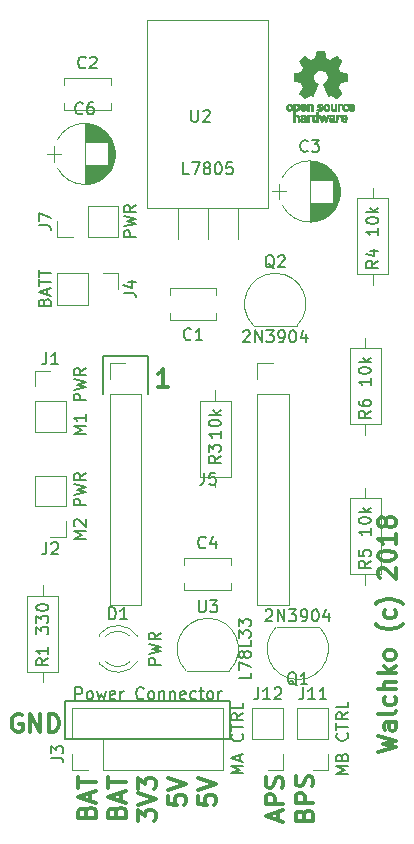
<source format=gbr>
G04 #@! TF.FileFunction,Legend,Top*
%FSLAX46Y46*%
G04 Gerber Fmt 4.6, Leading zero omitted, Abs format (unit mm)*
G04 Created by KiCad (PCBNEW 4.0.7) date 04/16/18 14:41:09*
%MOMM*%
%LPD*%
G01*
G04 APERTURE LIST*
%ADD10C,0.100000*%
%ADD11C,0.300000*%
%ADD12C,0.200000*%
%ADD13C,0.120000*%
%ADD14C,0.010000*%
%ADD15C,0.150000*%
G04 APERTURE END LIST*
D10*
D11*
X97917143Y-88785000D02*
X97774286Y-88713571D01*
X97560000Y-88713571D01*
X97345715Y-88785000D01*
X97202857Y-88927857D01*
X97131429Y-89070714D01*
X97060000Y-89356429D01*
X97060000Y-89570714D01*
X97131429Y-89856429D01*
X97202857Y-89999286D01*
X97345715Y-90142143D01*
X97560000Y-90213571D01*
X97702857Y-90213571D01*
X97917143Y-90142143D01*
X97988572Y-90070714D01*
X97988572Y-89570714D01*
X97702857Y-89570714D01*
X98631429Y-90213571D02*
X98631429Y-88713571D01*
X99488572Y-90213571D01*
X99488572Y-88713571D01*
X100202858Y-90213571D02*
X100202858Y-88713571D01*
X100560001Y-88713571D01*
X100774286Y-88785000D01*
X100917144Y-88927857D01*
X100988572Y-89070714D01*
X101060001Y-89356429D01*
X101060001Y-89570714D01*
X100988572Y-89856429D01*
X100917144Y-89999286D01*
X100774286Y-90142143D01*
X100560001Y-90213571D01*
X100202858Y-90213571D01*
D12*
X101600000Y-87630000D02*
X101600000Y-90805000D01*
X115570000Y-87630000D02*
X101600000Y-87630000D01*
X115570000Y-90805000D02*
X115570000Y-87630000D01*
X101600000Y-90805000D02*
X115570000Y-90805000D01*
D11*
X110283572Y-61003571D02*
X109426429Y-61003571D01*
X109855001Y-61003571D02*
X109855001Y-59503571D01*
X109712144Y-59717857D01*
X109569286Y-59860714D01*
X109426429Y-59932143D01*
D12*
X104775000Y-58420000D02*
X104775000Y-61595000D01*
X108585000Y-58420000D02*
X108585000Y-61595000D01*
X104775000Y-58420000D02*
X108585000Y-58420000D01*
D11*
X128083571Y-91879284D02*
X129583571Y-91522141D01*
X128512143Y-91236427D01*
X129583571Y-90950713D01*
X128083571Y-90593570D01*
X129583571Y-89379284D02*
X128797857Y-89379284D01*
X128655000Y-89450713D01*
X128583571Y-89593570D01*
X128583571Y-89879284D01*
X128655000Y-90022141D01*
X129512143Y-89379284D02*
X129583571Y-89522141D01*
X129583571Y-89879284D01*
X129512143Y-90022141D01*
X129369286Y-90093570D01*
X129226429Y-90093570D01*
X129083571Y-90022141D01*
X129012143Y-89879284D01*
X129012143Y-89522141D01*
X128940714Y-89379284D01*
X129583571Y-88450712D02*
X129512143Y-88593570D01*
X129369286Y-88664998D01*
X128083571Y-88664998D01*
X129512143Y-87236427D02*
X129583571Y-87379284D01*
X129583571Y-87664998D01*
X129512143Y-87807856D01*
X129440714Y-87879284D01*
X129297857Y-87950713D01*
X128869286Y-87950713D01*
X128726429Y-87879284D01*
X128655000Y-87807856D01*
X128583571Y-87664998D01*
X128583571Y-87379284D01*
X128655000Y-87236427D01*
X129583571Y-86593570D02*
X128083571Y-86593570D01*
X129583571Y-85950713D02*
X128797857Y-85950713D01*
X128655000Y-86022142D01*
X128583571Y-86164999D01*
X128583571Y-86379284D01*
X128655000Y-86522142D01*
X128726429Y-86593570D01*
X129583571Y-85236427D02*
X128083571Y-85236427D01*
X129012143Y-85093570D02*
X129583571Y-84664999D01*
X128583571Y-84664999D02*
X129155000Y-85236427D01*
X129583571Y-83807855D02*
X129512143Y-83950713D01*
X129440714Y-84022141D01*
X129297857Y-84093570D01*
X128869286Y-84093570D01*
X128726429Y-84022141D01*
X128655000Y-83950713D01*
X128583571Y-83807855D01*
X128583571Y-83593570D01*
X128655000Y-83450713D01*
X128726429Y-83379284D01*
X128869286Y-83307855D01*
X129297857Y-83307855D01*
X129440714Y-83379284D01*
X129512143Y-83450713D01*
X129583571Y-83593570D01*
X129583571Y-83807855D01*
X130155000Y-81093570D02*
X130083571Y-81164998D01*
X129869286Y-81307855D01*
X129726429Y-81379284D01*
X129512143Y-81450713D01*
X129155000Y-81522141D01*
X128869286Y-81522141D01*
X128512143Y-81450713D01*
X128297857Y-81379284D01*
X128155000Y-81307855D01*
X127940714Y-81164998D01*
X127869286Y-81093570D01*
X129512143Y-79879284D02*
X129583571Y-80022141D01*
X129583571Y-80307855D01*
X129512143Y-80450713D01*
X129440714Y-80522141D01*
X129297857Y-80593570D01*
X128869286Y-80593570D01*
X128726429Y-80522141D01*
X128655000Y-80450713D01*
X128583571Y-80307855D01*
X128583571Y-80022141D01*
X128655000Y-79879284D01*
X130155000Y-79379284D02*
X130083571Y-79307856D01*
X129869286Y-79164999D01*
X129726429Y-79093570D01*
X129512143Y-79022141D01*
X129155000Y-78950713D01*
X128869286Y-78950713D01*
X128512143Y-79022141D01*
X128297857Y-79093570D01*
X128155000Y-79164999D01*
X127940714Y-79307856D01*
X127869286Y-79379284D01*
X128226429Y-77164999D02*
X128155000Y-77093570D01*
X128083571Y-76950713D01*
X128083571Y-76593570D01*
X128155000Y-76450713D01*
X128226429Y-76379284D01*
X128369286Y-76307856D01*
X128512143Y-76307856D01*
X128726429Y-76379284D01*
X129583571Y-77236427D01*
X129583571Y-76307856D01*
X128083571Y-75379285D02*
X128083571Y-75236428D01*
X128155000Y-75093571D01*
X128226429Y-75022142D01*
X128369286Y-74950713D01*
X128655000Y-74879285D01*
X129012143Y-74879285D01*
X129297857Y-74950713D01*
X129440714Y-75022142D01*
X129512143Y-75093571D01*
X129583571Y-75236428D01*
X129583571Y-75379285D01*
X129512143Y-75522142D01*
X129440714Y-75593571D01*
X129297857Y-75664999D01*
X129012143Y-75736428D01*
X128655000Y-75736428D01*
X128369286Y-75664999D01*
X128226429Y-75593571D01*
X128155000Y-75522142D01*
X128083571Y-75379285D01*
X129583571Y-73450714D02*
X129583571Y-74307857D01*
X129583571Y-73879285D02*
X128083571Y-73879285D01*
X128297857Y-74022142D01*
X128440714Y-74165000D01*
X128512143Y-74307857D01*
X128726429Y-72593571D02*
X128655000Y-72736429D01*
X128583571Y-72807857D01*
X128440714Y-72879286D01*
X128369286Y-72879286D01*
X128226429Y-72807857D01*
X128155000Y-72736429D01*
X128083571Y-72593571D01*
X128083571Y-72307857D01*
X128155000Y-72165000D01*
X128226429Y-72093571D01*
X128369286Y-72022143D01*
X128440714Y-72022143D01*
X128583571Y-72093571D01*
X128655000Y-72165000D01*
X128726429Y-72307857D01*
X128726429Y-72593571D01*
X128797857Y-72736429D01*
X128869286Y-72807857D01*
X129012143Y-72879286D01*
X129297857Y-72879286D01*
X129440714Y-72807857D01*
X129512143Y-72736429D01*
X129583571Y-72593571D01*
X129583571Y-72307857D01*
X129512143Y-72165000D01*
X129440714Y-72093571D01*
X129297857Y-72022143D01*
X129012143Y-72022143D01*
X128869286Y-72093571D01*
X128797857Y-72165000D01*
X128726429Y-72307857D01*
X119625000Y-97706428D02*
X119625000Y-96992142D01*
X120053571Y-97849285D02*
X118553571Y-97349285D01*
X120053571Y-96849285D01*
X120053571Y-96349285D02*
X118553571Y-96349285D01*
X118553571Y-95777857D01*
X118625000Y-95634999D01*
X118696429Y-95563571D01*
X118839286Y-95492142D01*
X119053571Y-95492142D01*
X119196429Y-95563571D01*
X119267857Y-95634999D01*
X119339286Y-95777857D01*
X119339286Y-96349285D01*
X119982143Y-94920714D02*
X120053571Y-94706428D01*
X120053571Y-94349285D01*
X119982143Y-94206428D01*
X119910714Y-94134999D01*
X119767857Y-94063571D01*
X119625000Y-94063571D01*
X119482143Y-94134999D01*
X119410714Y-94206428D01*
X119339286Y-94349285D01*
X119267857Y-94634999D01*
X119196429Y-94777857D01*
X119125000Y-94849285D01*
X118982143Y-94920714D01*
X118839286Y-94920714D01*
X118696429Y-94849285D01*
X118625000Y-94777857D01*
X118553571Y-94634999D01*
X118553571Y-94277857D01*
X118625000Y-94063571D01*
X121817857Y-97242142D02*
X121889286Y-97027856D01*
X121960714Y-96956428D01*
X122103571Y-96884999D01*
X122317857Y-96884999D01*
X122460714Y-96956428D01*
X122532143Y-97027856D01*
X122603571Y-97170714D01*
X122603571Y-97742142D01*
X121103571Y-97742142D01*
X121103571Y-97242142D01*
X121175000Y-97099285D01*
X121246429Y-97027856D01*
X121389286Y-96956428D01*
X121532143Y-96956428D01*
X121675000Y-97027856D01*
X121746429Y-97099285D01*
X121817857Y-97242142D01*
X121817857Y-97742142D01*
X122603571Y-96242142D02*
X121103571Y-96242142D01*
X121103571Y-95670714D01*
X121175000Y-95527856D01*
X121246429Y-95456428D01*
X121389286Y-95384999D01*
X121603571Y-95384999D01*
X121746429Y-95456428D01*
X121817857Y-95527856D01*
X121889286Y-95670714D01*
X121889286Y-96242142D01*
X122532143Y-94813571D02*
X122603571Y-94599285D01*
X122603571Y-94242142D01*
X122532143Y-94099285D01*
X122460714Y-94027856D01*
X122317857Y-93956428D01*
X122175000Y-93956428D01*
X122032143Y-94027856D01*
X121960714Y-94099285D01*
X121889286Y-94242142D01*
X121817857Y-94527856D01*
X121746429Y-94670714D01*
X121675000Y-94742142D01*
X121532143Y-94813571D01*
X121389286Y-94813571D01*
X121246429Y-94742142D01*
X121175000Y-94670714D01*
X121103571Y-94527856D01*
X121103571Y-94170714D01*
X121175000Y-93956428D01*
X103377857Y-96992142D02*
X103449286Y-96777856D01*
X103520714Y-96706428D01*
X103663571Y-96634999D01*
X103877857Y-96634999D01*
X104020714Y-96706428D01*
X104092143Y-96777856D01*
X104163571Y-96920714D01*
X104163571Y-97492142D01*
X102663571Y-97492142D01*
X102663571Y-96992142D01*
X102735000Y-96849285D01*
X102806429Y-96777856D01*
X102949286Y-96706428D01*
X103092143Y-96706428D01*
X103235000Y-96777856D01*
X103306429Y-96849285D01*
X103377857Y-96992142D01*
X103377857Y-97492142D01*
X103735000Y-96063571D02*
X103735000Y-95349285D01*
X104163571Y-96206428D02*
X102663571Y-95706428D01*
X104163571Y-95206428D01*
X102663571Y-94920714D02*
X102663571Y-94063571D01*
X104163571Y-94492142D02*
X102663571Y-94492142D01*
X105927857Y-96992142D02*
X105999286Y-96777856D01*
X106070714Y-96706428D01*
X106213571Y-96634999D01*
X106427857Y-96634999D01*
X106570714Y-96706428D01*
X106642143Y-96777856D01*
X106713571Y-96920714D01*
X106713571Y-97492142D01*
X105213571Y-97492142D01*
X105213571Y-96992142D01*
X105285000Y-96849285D01*
X105356429Y-96777856D01*
X105499286Y-96706428D01*
X105642143Y-96706428D01*
X105785000Y-96777856D01*
X105856429Y-96849285D01*
X105927857Y-96992142D01*
X105927857Y-97492142D01*
X106285000Y-96063571D02*
X106285000Y-95349285D01*
X106713571Y-96206428D02*
X105213571Y-95706428D01*
X106713571Y-95206428D01*
X105213571Y-94920714D02*
X105213571Y-94063571D01*
X106713571Y-94492142D02*
X105213571Y-94492142D01*
X107763571Y-97742142D02*
X107763571Y-96813571D01*
X108335000Y-97313571D01*
X108335000Y-97099285D01*
X108406429Y-96956428D01*
X108477857Y-96884999D01*
X108620714Y-96813571D01*
X108977857Y-96813571D01*
X109120714Y-96884999D01*
X109192143Y-96956428D01*
X109263571Y-97099285D01*
X109263571Y-97527857D01*
X109192143Y-97670714D01*
X109120714Y-97742142D01*
X107763571Y-96385000D02*
X109263571Y-95885000D01*
X107763571Y-95385000D01*
X107763571Y-95027857D02*
X107763571Y-94099286D01*
X108335000Y-94599286D01*
X108335000Y-94385000D01*
X108406429Y-94242143D01*
X108477857Y-94170714D01*
X108620714Y-94099286D01*
X108977857Y-94099286D01*
X109120714Y-94170714D01*
X109192143Y-94242143D01*
X109263571Y-94385000D01*
X109263571Y-94813572D01*
X109192143Y-94956429D01*
X109120714Y-95027857D01*
X110313571Y-95599285D02*
X110313571Y-96313571D01*
X111027857Y-96385000D01*
X110956429Y-96313571D01*
X110885000Y-96170714D01*
X110885000Y-95813571D01*
X110956429Y-95670714D01*
X111027857Y-95599285D01*
X111170714Y-95527857D01*
X111527857Y-95527857D01*
X111670714Y-95599285D01*
X111742143Y-95670714D01*
X111813571Y-95813571D01*
X111813571Y-96170714D01*
X111742143Y-96313571D01*
X111670714Y-96385000D01*
X110313571Y-95099286D02*
X111813571Y-94599286D01*
X110313571Y-94099286D01*
X112863571Y-95599285D02*
X112863571Y-96313571D01*
X113577857Y-96385000D01*
X113506429Y-96313571D01*
X113435000Y-96170714D01*
X113435000Y-95813571D01*
X113506429Y-95670714D01*
X113577857Y-95599285D01*
X113720714Y-95527857D01*
X114077857Y-95527857D01*
X114220714Y-95599285D01*
X114292143Y-95670714D01*
X114363571Y-95813571D01*
X114363571Y-96170714D01*
X114292143Y-96313571D01*
X114220714Y-96385000D01*
X112863571Y-95099286D02*
X114363571Y-94599286D01*
X112863571Y-94099286D01*
D13*
X111685000Y-75475000D02*
X115605000Y-75475000D01*
X111685000Y-78195000D02*
X115605000Y-78195000D01*
X111685000Y-75475000D02*
X111685000Y-76085000D01*
X111685000Y-77585000D02*
X111685000Y-78195000D01*
X115605000Y-75475000D02*
X115605000Y-76085000D01*
X115605000Y-77585000D02*
X115605000Y-78195000D01*
X99000000Y-64830000D02*
X101660000Y-64830000D01*
X99000000Y-62230000D02*
X99000000Y-64830000D01*
X101660000Y-62230000D02*
X101660000Y-64830000D01*
X99000000Y-62230000D02*
X101660000Y-62230000D01*
X99000000Y-60960000D02*
X99000000Y-59630000D01*
X99000000Y-59630000D02*
X100330000Y-59630000D01*
X101660000Y-68520000D02*
X99000000Y-68520000D01*
X101660000Y-71120000D02*
X101660000Y-68520000D01*
X99000000Y-71120000D02*
X99000000Y-68520000D01*
X101660000Y-71120000D02*
X99000000Y-71120000D01*
X101660000Y-72390000D02*
X101660000Y-73720000D01*
X101660000Y-73720000D02*
X100330000Y-73720000D01*
X108545000Y-45840000D02*
X118785000Y-45840000D01*
X108545000Y-29950000D02*
X118785000Y-29950000D01*
X108545000Y-29950000D02*
X108545000Y-45840000D01*
X118785000Y-29950000D02*
X118785000Y-45840000D01*
X111125000Y-45840000D02*
X111125000Y-48480000D01*
X113665000Y-45840000D02*
X113665000Y-48464000D01*
X116205000Y-45840000D02*
X116205000Y-48464000D01*
X111865000Y-85035000D02*
X115465000Y-85035000D01*
X111826522Y-85023478D02*
G75*
G02X113665000Y-80585000I1838478J1838478D01*
G01*
X115503478Y-85023478D02*
G75*
G03X113665000Y-80585000I-1838478J1838478D01*
G01*
X105540722Y-40095277D02*
G75*
G03X100929420Y-40095000I-2305722J-1179723D01*
G01*
X105540722Y-42454723D02*
G75*
G02X100929420Y-42455000I-2305722J1179723D01*
G01*
X105540722Y-42454723D02*
G75*
G03X105540580Y-40095000I-2305722J1179723D01*
G01*
X103235000Y-38725000D02*
X103235000Y-43825000D01*
X103275000Y-38725000D02*
X103275000Y-40295000D01*
X103275000Y-42255000D02*
X103275000Y-43825000D01*
X103315000Y-38726000D02*
X103315000Y-40295000D01*
X103315000Y-42255000D02*
X103315000Y-43824000D01*
X103355000Y-38727000D02*
X103355000Y-40295000D01*
X103355000Y-42255000D02*
X103355000Y-43823000D01*
X103395000Y-38729000D02*
X103395000Y-40295000D01*
X103395000Y-42255000D02*
X103395000Y-43821000D01*
X103435000Y-38732000D02*
X103435000Y-40295000D01*
X103435000Y-42255000D02*
X103435000Y-43818000D01*
X103475000Y-38736000D02*
X103475000Y-40295000D01*
X103475000Y-42255000D02*
X103475000Y-43814000D01*
X103515000Y-38740000D02*
X103515000Y-40295000D01*
X103515000Y-42255000D02*
X103515000Y-43810000D01*
X103555000Y-38744000D02*
X103555000Y-40295000D01*
X103555000Y-42255000D02*
X103555000Y-43806000D01*
X103595000Y-38750000D02*
X103595000Y-40295000D01*
X103595000Y-42255000D02*
X103595000Y-43800000D01*
X103635000Y-38756000D02*
X103635000Y-40295000D01*
X103635000Y-42255000D02*
X103635000Y-43794000D01*
X103675000Y-38762000D02*
X103675000Y-40295000D01*
X103675000Y-42255000D02*
X103675000Y-43788000D01*
X103715000Y-38769000D02*
X103715000Y-40295000D01*
X103715000Y-42255000D02*
X103715000Y-43781000D01*
X103755000Y-38777000D02*
X103755000Y-40295000D01*
X103755000Y-42255000D02*
X103755000Y-43773000D01*
X103795000Y-38786000D02*
X103795000Y-40295000D01*
X103795000Y-42255000D02*
X103795000Y-43764000D01*
X103835000Y-38795000D02*
X103835000Y-40295000D01*
X103835000Y-42255000D02*
X103835000Y-43755000D01*
X103875000Y-38805000D02*
X103875000Y-40295000D01*
X103875000Y-42255000D02*
X103875000Y-43745000D01*
X103915000Y-38815000D02*
X103915000Y-40295000D01*
X103915000Y-42255000D02*
X103915000Y-43735000D01*
X103956000Y-38827000D02*
X103956000Y-40295000D01*
X103956000Y-42255000D02*
X103956000Y-43723000D01*
X103996000Y-38839000D02*
X103996000Y-40295000D01*
X103996000Y-42255000D02*
X103996000Y-43711000D01*
X104036000Y-38851000D02*
X104036000Y-40295000D01*
X104036000Y-42255000D02*
X104036000Y-43699000D01*
X104076000Y-38865000D02*
X104076000Y-40295000D01*
X104076000Y-42255000D02*
X104076000Y-43685000D01*
X104116000Y-38879000D02*
X104116000Y-40295000D01*
X104116000Y-42255000D02*
X104116000Y-43671000D01*
X104156000Y-38893000D02*
X104156000Y-40295000D01*
X104156000Y-42255000D02*
X104156000Y-43657000D01*
X104196000Y-38909000D02*
X104196000Y-40295000D01*
X104196000Y-42255000D02*
X104196000Y-43641000D01*
X104236000Y-38925000D02*
X104236000Y-40295000D01*
X104236000Y-42255000D02*
X104236000Y-43625000D01*
X104276000Y-38942000D02*
X104276000Y-40295000D01*
X104276000Y-42255000D02*
X104276000Y-43608000D01*
X104316000Y-38960000D02*
X104316000Y-40295000D01*
X104316000Y-42255000D02*
X104316000Y-43590000D01*
X104356000Y-38979000D02*
X104356000Y-40295000D01*
X104356000Y-42255000D02*
X104356000Y-43571000D01*
X104396000Y-38999000D02*
X104396000Y-40295000D01*
X104396000Y-42255000D02*
X104396000Y-43551000D01*
X104436000Y-39019000D02*
X104436000Y-40295000D01*
X104436000Y-42255000D02*
X104436000Y-43531000D01*
X104476000Y-39041000D02*
X104476000Y-40295000D01*
X104476000Y-42255000D02*
X104476000Y-43509000D01*
X104516000Y-39063000D02*
X104516000Y-40295000D01*
X104516000Y-42255000D02*
X104516000Y-43487000D01*
X104556000Y-39086000D02*
X104556000Y-40295000D01*
X104556000Y-42255000D02*
X104556000Y-43464000D01*
X104596000Y-39110000D02*
X104596000Y-40295000D01*
X104596000Y-42255000D02*
X104596000Y-43440000D01*
X104636000Y-39135000D02*
X104636000Y-40295000D01*
X104636000Y-42255000D02*
X104636000Y-43415000D01*
X104676000Y-39162000D02*
X104676000Y-40295000D01*
X104676000Y-42255000D02*
X104676000Y-43388000D01*
X104716000Y-39189000D02*
X104716000Y-40295000D01*
X104716000Y-42255000D02*
X104716000Y-43361000D01*
X104756000Y-39217000D02*
X104756000Y-40295000D01*
X104756000Y-42255000D02*
X104756000Y-43333000D01*
X104796000Y-39247000D02*
X104796000Y-40295000D01*
X104796000Y-42255000D02*
X104796000Y-43303000D01*
X104836000Y-39278000D02*
X104836000Y-40295000D01*
X104836000Y-42255000D02*
X104836000Y-43272000D01*
X104876000Y-39310000D02*
X104876000Y-40295000D01*
X104876000Y-42255000D02*
X104876000Y-43240000D01*
X104916000Y-39343000D02*
X104916000Y-40295000D01*
X104916000Y-42255000D02*
X104916000Y-43207000D01*
X104956000Y-39378000D02*
X104956000Y-40295000D01*
X104956000Y-42255000D02*
X104956000Y-43172000D01*
X104996000Y-39414000D02*
X104996000Y-40295000D01*
X104996000Y-42255000D02*
X104996000Y-43136000D01*
X105036000Y-39452000D02*
X105036000Y-40295000D01*
X105036000Y-42255000D02*
X105036000Y-43098000D01*
X105076000Y-39492000D02*
X105076000Y-40295000D01*
X105076000Y-42255000D02*
X105076000Y-43058000D01*
X105116000Y-39533000D02*
X105116000Y-40295000D01*
X105116000Y-42255000D02*
X105116000Y-43017000D01*
X105156000Y-39576000D02*
X105156000Y-40295000D01*
X105156000Y-42255000D02*
X105156000Y-42974000D01*
X105196000Y-39621000D02*
X105196000Y-40295000D01*
X105196000Y-42255000D02*
X105196000Y-42929000D01*
X105236000Y-39669000D02*
X105236000Y-42881000D01*
X105276000Y-39719000D02*
X105276000Y-42831000D01*
X105316000Y-39771000D02*
X105316000Y-42779000D01*
X105356000Y-39827000D02*
X105356000Y-42723000D01*
X105396000Y-39885000D02*
X105396000Y-42665000D01*
X105436000Y-39948000D02*
X105436000Y-42602000D01*
X105476000Y-40014000D02*
X105476000Y-42536000D01*
X105516000Y-40086000D02*
X105516000Y-42464000D01*
X105556000Y-40163000D02*
X105556000Y-42387000D01*
X105596000Y-40247000D02*
X105596000Y-42303000D01*
X105636000Y-40341000D02*
X105636000Y-42209000D01*
X105676000Y-40446000D02*
X105676000Y-42104000D01*
X105716000Y-40568000D02*
X105716000Y-41982000D01*
X105756000Y-40716000D02*
X105756000Y-41834000D01*
X105796000Y-40921000D02*
X105796000Y-41629000D01*
X100035000Y-41275000D02*
X101235000Y-41275000D01*
X100635000Y-40625000D02*
X100635000Y-41925000D01*
X107717335Y-82106392D02*
G75*
G03X104485000Y-81949484I-1672335J-1078608D01*
G01*
X107717335Y-84263608D02*
G75*
G02X104485000Y-84420516I-1672335J1078608D01*
G01*
X107086130Y-82105163D02*
G75*
G03X105004039Y-82105000I-1041130J-1079837D01*
G01*
X107086130Y-84264837D02*
G75*
G02X105004039Y-84265000I-1041130J1079837D01*
G01*
X104485000Y-81949000D02*
X104485000Y-82105000D01*
X104485000Y-84265000D02*
X104485000Y-84421000D01*
X123885000Y-88205000D02*
X121225000Y-88205000D01*
X123885000Y-90805000D02*
X123885000Y-88205000D01*
X121225000Y-90805000D02*
X121225000Y-88205000D01*
X123885000Y-90805000D02*
X121225000Y-90805000D01*
X123885000Y-92075000D02*
X123885000Y-93405000D01*
X123885000Y-93405000D02*
X122555000Y-93405000D01*
X120075000Y-88205000D02*
X117415000Y-88205000D01*
X120075000Y-90805000D02*
X120075000Y-88205000D01*
X117415000Y-90805000D02*
X117415000Y-88205000D01*
X120075000Y-90805000D02*
X117415000Y-90805000D01*
X120075000Y-92075000D02*
X120075000Y-93405000D01*
X120075000Y-93405000D02*
X118745000Y-93405000D01*
X114375000Y-55335000D02*
X110455000Y-55335000D01*
X114375000Y-52615000D02*
X110455000Y-52615000D01*
X114375000Y-55335000D02*
X114375000Y-54725000D01*
X114375000Y-53225000D02*
X114375000Y-52615000D01*
X110455000Y-55335000D02*
X110455000Y-54725000D01*
X110455000Y-53225000D02*
X110455000Y-52615000D01*
X101525000Y-34835000D02*
X105445000Y-34835000D01*
X101525000Y-37555000D02*
X105445000Y-37555000D01*
X101525000Y-34835000D02*
X101525000Y-35445000D01*
X101525000Y-36945000D02*
X101525000Y-37555000D01*
X105445000Y-34835000D02*
X105445000Y-35445000D01*
X105445000Y-36945000D02*
X105445000Y-37555000D01*
X124590722Y-43270277D02*
G75*
G03X119979420Y-43270000I-2305722J-1179723D01*
G01*
X124590722Y-45629723D02*
G75*
G02X119979420Y-45630000I-2305722J1179723D01*
G01*
X124590722Y-45629723D02*
G75*
G03X124590580Y-43270000I-2305722J1179723D01*
G01*
X122285000Y-41900000D02*
X122285000Y-47000000D01*
X122325000Y-41900000D02*
X122325000Y-43470000D01*
X122325000Y-45430000D02*
X122325000Y-47000000D01*
X122365000Y-41901000D02*
X122365000Y-43470000D01*
X122365000Y-45430000D02*
X122365000Y-46999000D01*
X122405000Y-41902000D02*
X122405000Y-43470000D01*
X122405000Y-45430000D02*
X122405000Y-46998000D01*
X122445000Y-41904000D02*
X122445000Y-43470000D01*
X122445000Y-45430000D02*
X122445000Y-46996000D01*
X122485000Y-41907000D02*
X122485000Y-43470000D01*
X122485000Y-45430000D02*
X122485000Y-46993000D01*
X122525000Y-41911000D02*
X122525000Y-43470000D01*
X122525000Y-45430000D02*
X122525000Y-46989000D01*
X122565000Y-41915000D02*
X122565000Y-43470000D01*
X122565000Y-45430000D02*
X122565000Y-46985000D01*
X122605000Y-41919000D02*
X122605000Y-43470000D01*
X122605000Y-45430000D02*
X122605000Y-46981000D01*
X122645000Y-41925000D02*
X122645000Y-43470000D01*
X122645000Y-45430000D02*
X122645000Y-46975000D01*
X122685000Y-41931000D02*
X122685000Y-43470000D01*
X122685000Y-45430000D02*
X122685000Y-46969000D01*
X122725000Y-41937000D02*
X122725000Y-43470000D01*
X122725000Y-45430000D02*
X122725000Y-46963000D01*
X122765000Y-41944000D02*
X122765000Y-43470000D01*
X122765000Y-45430000D02*
X122765000Y-46956000D01*
X122805000Y-41952000D02*
X122805000Y-43470000D01*
X122805000Y-45430000D02*
X122805000Y-46948000D01*
X122845000Y-41961000D02*
X122845000Y-43470000D01*
X122845000Y-45430000D02*
X122845000Y-46939000D01*
X122885000Y-41970000D02*
X122885000Y-43470000D01*
X122885000Y-45430000D02*
X122885000Y-46930000D01*
X122925000Y-41980000D02*
X122925000Y-43470000D01*
X122925000Y-45430000D02*
X122925000Y-46920000D01*
X122965000Y-41990000D02*
X122965000Y-43470000D01*
X122965000Y-45430000D02*
X122965000Y-46910000D01*
X123006000Y-42002000D02*
X123006000Y-43470000D01*
X123006000Y-45430000D02*
X123006000Y-46898000D01*
X123046000Y-42014000D02*
X123046000Y-43470000D01*
X123046000Y-45430000D02*
X123046000Y-46886000D01*
X123086000Y-42026000D02*
X123086000Y-43470000D01*
X123086000Y-45430000D02*
X123086000Y-46874000D01*
X123126000Y-42040000D02*
X123126000Y-43470000D01*
X123126000Y-45430000D02*
X123126000Y-46860000D01*
X123166000Y-42054000D02*
X123166000Y-43470000D01*
X123166000Y-45430000D02*
X123166000Y-46846000D01*
X123206000Y-42068000D02*
X123206000Y-43470000D01*
X123206000Y-45430000D02*
X123206000Y-46832000D01*
X123246000Y-42084000D02*
X123246000Y-43470000D01*
X123246000Y-45430000D02*
X123246000Y-46816000D01*
X123286000Y-42100000D02*
X123286000Y-43470000D01*
X123286000Y-45430000D02*
X123286000Y-46800000D01*
X123326000Y-42117000D02*
X123326000Y-43470000D01*
X123326000Y-45430000D02*
X123326000Y-46783000D01*
X123366000Y-42135000D02*
X123366000Y-43470000D01*
X123366000Y-45430000D02*
X123366000Y-46765000D01*
X123406000Y-42154000D02*
X123406000Y-43470000D01*
X123406000Y-45430000D02*
X123406000Y-46746000D01*
X123446000Y-42174000D02*
X123446000Y-43470000D01*
X123446000Y-45430000D02*
X123446000Y-46726000D01*
X123486000Y-42194000D02*
X123486000Y-43470000D01*
X123486000Y-45430000D02*
X123486000Y-46706000D01*
X123526000Y-42216000D02*
X123526000Y-43470000D01*
X123526000Y-45430000D02*
X123526000Y-46684000D01*
X123566000Y-42238000D02*
X123566000Y-43470000D01*
X123566000Y-45430000D02*
X123566000Y-46662000D01*
X123606000Y-42261000D02*
X123606000Y-43470000D01*
X123606000Y-45430000D02*
X123606000Y-46639000D01*
X123646000Y-42285000D02*
X123646000Y-43470000D01*
X123646000Y-45430000D02*
X123646000Y-46615000D01*
X123686000Y-42310000D02*
X123686000Y-43470000D01*
X123686000Y-45430000D02*
X123686000Y-46590000D01*
X123726000Y-42337000D02*
X123726000Y-43470000D01*
X123726000Y-45430000D02*
X123726000Y-46563000D01*
X123766000Y-42364000D02*
X123766000Y-43470000D01*
X123766000Y-45430000D02*
X123766000Y-46536000D01*
X123806000Y-42392000D02*
X123806000Y-43470000D01*
X123806000Y-45430000D02*
X123806000Y-46508000D01*
X123846000Y-42422000D02*
X123846000Y-43470000D01*
X123846000Y-45430000D02*
X123846000Y-46478000D01*
X123886000Y-42453000D02*
X123886000Y-43470000D01*
X123886000Y-45430000D02*
X123886000Y-46447000D01*
X123926000Y-42485000D02*
X123926000Y-43470000D01*
X123926000Y-45430000D02*
X123926000Y-46415000D01*
X123966000Y-42518000D02*
X123966000Y-43470000D01*
X123966000Y-45430000D02*
X123966000Y-46382000D01*
X124006000Y-42553000D02*
X124006000Y-43470000D01*
X124006000Y-45430000D02*
X124006000Y-46347000D01*
X124046000Y-42589000D02*
X124046000Y-43470000D01*
X124046000Y-45430000D02*
X124046000Y-46311000D01*
X124086000Y-42627000D02*
X124086000Y-43470000D01*
X124086000Y-45430000D02*
X124086000Y-46273000D01*
X124126000Y-42667000D02*
X124126000Y-43470000D01*
X124126000Y-45430000D02*
X124126000Y-46233000D01*
X124166000Y-42708000D02*
X124166000Y-43470000D01*
X124166000Y-45430000D02*
X124166000Y-46192000D01*
X124206000Y-42751000D02*
X124206000Y-43470000D01*
X124206000Y-45430000D02*
X124206000Y-46149000D01*
X124246000Y-42796000D02*
X124246000Y-43470000D01*
X124246000Y-45430000D02*
X124246000Y-46104000D01*
X124286000Y-42844000D02*
X124286000Y-46056000D01*
X124326000Y-42894000D02*
X124326000Y-46006000D01*
X124366000Y-42946000D02*
X124366000Y-45954000D01*
X124406000Y-43002000D02*
X124406000Y-45898000D01*
X124446000Y-43060000D02*
X124446000Y-45840000D01*
X124486000Y-43123000D02*
X124486000Y-45777000D01*
X124526000Y-43189000D02*
X124526000Y-45711000D01*
X124566000Y-43261000D02*
X124566000Y-45639000D01*
X124606000Y-43338000D02*
X124606000Y-45562000D01*
X124646000Y-43422000D02*
X124646000Y-45478000D01*
X124686000Y-43516000D02*
X124686000Y-45384000D01*
X124726000Y-43621000D02*
X124726000Y-45279000D01*
X124766000Y-43743000D02*
X124766000Y-45157000D01*
X124806000Y-43891000D02*
X124806000Y-45009000D01*
X124846000Y-44096000D02*
X124846000Y-44804000D01*
X119085000Y-44450000D02*
X120285000Y-44450000D01*
X119685000Y-43800000D02*
X119685000Y-45100000D01*
X114995000Y-93405000D02*
X114995000Y-88205000D01*
X104775000Y-93405000D02*
X114995000Y-93405000D01*
X102175000Y-88205000D02*
X114995000Y-88205000D01*
X104775000Y-93405000D02*
X104775000Y-90805000D01*
X104775000Y-90805000D02*
X102175000Y-90805000D01*
X102175000Y-90805000D02*
X102175000Y-88205000D01*
X103505000Y-93405000D02*
X102175000Y-93405000D01*
X102175000Y-93405000D02*
X102175000Y-92075000D01*
X100905000Y-51375000D02*
X100905000Y-54035000D01*
X103505000Y-51375000D02*
X100905000Y-51375000D01*
X103505000Y-54035000D02*
X100905000Y-54035000D01*
X103505000Y-51375000D02*
X103505000Y-54035000D01*
X104775000Y-51375000D02*
X106105000Y-51375000D01*
X106105000Y-51375000D02*
X106105000Y-52705000D01*
X123085000Y-81335000D02*
X119485000Y-81335000D01*
X123123478Y-81346522D02*
G75*
G02X121285000Y-85785000I-1838478J-1838478D01*
G01*
X119446522Y-81346522D02*
G75*
G03X121285000Y-85785000I1838478J-1838478D01*
G01*
X117580000Y-55825000D02*
X121180000Y-55825000D01*
X117541522Y-55813478D02*
G75*
G02X119380000Y-51375000I1838478J1838478D01*
G01*
X121218478Y-55813478D02*
G75*
G03X119380000Y-51375000I-1838478J1838478D01*
G01*
X106105000Y-48320000D02*
X106105000Y-45660000D01*
X103505000Y-48320000D02*
X106105000Y-48320000D01*
X103505000Y-45660000D02*
X106105000Y-45660000D01*
X103505000Y-48320000D02*
X103505000Y-45660000D01*
X102235000Y-48320000D02*
X100905000Y-48320000D01*
X100905000Y-48320000D02*
X100905000Y-46990000D01*
X117850000Y-58995000D02*
X119180000Y-58995000D01*
X117850000Y-60325000D02*
X117850000Y-58995000D01*
X120510000Y-61595000D02*
X117850000Y-61595000D01*
X120510000Y-79435000D02*
X120510000Y-61595000D01*
X117850000Y-79435000D02*
X120510000Y-79435000D01*
X117850000Y-61595000D02*
X117850000Y-79435000D01*
X105350000Y-61595000D02*
X105350000Y-79435000D01*
X105350000Y-79435000D02*
X108010000Y-79435000D01*
X108010000Y-79435000D02*
X108010000Y-61595000D01*
X108010000Y-61595000D02*
X105350000Y-61595000D01*
X105350000Y-60325000D02*
X105350000Y-58995000D01*
X105350000Y-58995000D02*
X106680000Y-58995000D01*
X98385000Y-85125000D02*
X101005000Y-85125000D01*
X101005000Y-85125000D02*
X101005000Y-78705000D01*
X101005000Y-78705000D02*
X98385000Y-78705000D01*
X98385000Y-78705000D02*
X98385000Y-85125000D01*
X99695000Y-86015000D02*
X99695000Y-85125000D01*
X99695000Y-77815000D02*
X99695000Y-78705000D01*
X112990000Y-68615000D02*
X115610000Y-68615000D01*
X115610000Y-68615000D02*
X115610000Y-62195000D01*
X115610000Y-62195000D02*
X112990000Y-62195000D01*
X112990000Y-62195000D02*
X112990000Y-68615000D01*
X114300000Y-69505000D02*
X114300000Y-68615000D01*
X114300000Y-61305000D02*
X114300000Y-62195000D01*
X126325000Y-51470000D02*
X128945000Y-51470000D01*
X128945000Y-51470000D02*
X128945000Y-45050000D01*
X128945000Y-45050000D02*
X126325000Y-45050000D01*
X126325000Y-45050000D02*
X126325000Y-51470000D01*
X127635000Y-52360000D02*
X127635000Y-51470000D01*
X127635000Y-44160000D02*
X127635000Y-45050000D01*
X128310000Y-70450000D02*
X125690000Y-70450000D01*
X125690000Y-70450000D02*
X125690000Y-76870000D01*
X125690000Y-76870000D02*
X128310000Y-76870000D01*
X128310000Y-76870000D02*
X128310000Y-70450000D01*
X127000000Y-69560000D02*
X127000000Y-70450000D01*
X127000000Y-77760000D02*
X127000000Y-76870000D01*
X125690000Y-64170000D02*
X128310000Y-64170000D01*
X128310000Y-64170000D02*
X128310000Y-57750000D01*
X128310000Y-57750000D02*
X125690000Y-57750000D01*
X125690000Y-57750000D02*
X125690000Y-64170000D01*
X127000000Y-65060000D02*
X127000000Y-64170000D01*
X127000000Y-56860000D02*
X127000000Y-57750000D01*
D14*
G36*
X121281241Y-37029184D02*
X121307753Y-37042282D01*
X121340447Y-37065106D01*
X121364275Y-37089996D01*
X121380594Y-37121249D01*
X121390760Y-37163166D01*
X121396128Y-37220044D01*
X121398056Y-37296184D01*
X121398169Y-37328917D01*
X121397839Y-37400656D01*
X121396473Y-37451927D01*
X121393500Y-37487404D01*
X121388351Y-37511763D01*
X121380457Y-37529680D01*
X121372243Y-37541902D01*
X121319813Y-37593905D01*
X121258070Y-37625184D01*
X121191464Y-37634592D01*
X121124442Y-37620980D01*
X121103208Y-37611354D01*
X121052376Y-37584859D01*
X121052376Y-38000052D01*
X121089475Y-37980868D01*
X121138357Y-37966025D01*
X121198439Y-37962222D01*
X121258436Y-37969243D01*
X121303744Y-37985013D01*
X121341325Y-38015047D01*
X121373436Y-38058024D01*
X121375850Y-38062436D01*
X121386033Y-38083221D01*
X121393470Y-38104170D01*
X121398589Y-38129548D01*
X121401819Y-38163618D01*
X121403587Y-38210641D01*
X121404323Y-38274882D01*
X121404456Y-38347176D01*
X121404456Y-38577822D01*
X121266139Y-38577822D01*
X121266139Y-38152533D01*
X121227451Y-38119979D01*
X121187262Y-38093940D01*
X121149203Y-38089205D01*
X121110934Y-38101389D01*
X121090538Y-38113320D01*
X121075358Y-38130313D01*
X121064562Y-38155995D01*
X121057317Y-38193991D01*
X121052792Y-38247926D01*
X121050156Y-38321425D01*
X121049228Y-38370347D01*
X121046089Y-38571535D01*
X120980074Y-38575336D01*
X120914060Y-38579136D01*
X120914060Y-37330650D01*
X121052376Y-37330650D01*
X121055903Y-37400254D01*
X121067785Y-37448569D01*
X121089980Y-37478631D01*
X121124441Y-37493471D01*
X121159258Y-37496436D01*
X121198671Y-37493028D01*
X121224829Y-37479617D01*
X121241186Y-37461896D01*
X121254063Y-37442835D01*
X121261728Y-37421601D01*
X121265139Y-37391849D01*
X121265251Y-37347236D01*
X121264103Y-37309880D01*
X121261468Y-37253604D01*
X121257544Y-37216658D01*
X121250937Y-37193223D01*
X121240251Y-37177480D01*
X121230167Y-37168380D01*
X121188030Y-37148537D01*
X121138160Y-37145332D01*
X121109524Y-37152168D01*
X121081172Y-37176464D01*
X121062391Y-37223728D01*
X121053288Y-37293624D01*
X121052376Y-37330650D01*
X120914060Y-37330650D01*
X120914060Y-37018614D01*
X120983218Y-37018614D01*
X121024740Y-37020256D01*
X121046162Y-37026087D01*
X121052374Y-37037461D01*
X121052376Y-37037798D01*
X121055258Y-37048938D01*
X121067970Y-37047673D01*
X121093243Y-37035433D01*
X121152131Y-37016707D01*
X121218385Y-37014739D01*
X121281241Y-37029184D01*
X121281241Y-37029184D01*
G37*
X121281241Y-37029184D02*
X121307753Y-37042282D01*
X121340447Y-37065106D01*
X121364275Y-37089996D01*
X121380594Y-37121249D01*
X121390760Y-37163166D01*
X121396128Y-37220044D01*
X121398056Y-37296184D01*
X121398169Y-37328917D01*
X121397839Y-37400656D01*
X121396473Y-37451927D01*
X121393500Y-37487404D01*
X121388351Y-37511763D01*
X121380457Y-37529680D01*
X121372243Y-37541902D01*
X121319813Y-37593905D01*
X121258070Y-37625184D01*
X121191464Y-37634592D01*
X121124442Y-37620980D01*
X121103208Y-37611354D01*
X121052376Y-37584859D01*
X121052376Y-38000052D01*
X121089475Y-37980868D01*
X121138357Y-37966025D01*
X121198439Y-37962222D01*
X121258436Y-37969243D01*
X121303744Y-37985013D01*
X121341325Y-38015047D01*
X121373436Y-38058024D01*
X121375850Y-38062436D01*
X121386033Y-38083221D01*
X121393470Y-38104170D01*
X121398589Y-38129548D01*
X121401819Y-38163618D01*
X121403587Y-38210641D01*
X121404323Y-38274882D01*
X121404456Y-38347176D01*
X121404456Y-38577822D01*
X121266139Y-38577822D01*
X121266139Y-38152533D01*
X121227451Y-38119979D01*
X121187262Y-38093940D01*
X121149203Y-38089205D01*
X121110934Y-38101389D01*
X121090538Y-38113320D01*
X121075358Y-38130313D01*
X121064562Y-38155995D01*
X121057317Y-38193991D01*
X121052792Y-38247926D01*
X121050156Y-38321425D01*
X121049228Y-38370347D01*
X121046089Y-38571535D01*
X120980074Y-38575336D01*
X120914060Y-38579136D01*
X120914060Y-37330650D01*
X121052376Y-37330650D01*
X121055903Y-37400254D01*
X121067785Y-37448569D01*
X121089980Y-37478631D01*
X121124441Y-37493471D01*
X121159258Y-37496436D01*
X121198671Y-37493028D01*
X121224829Y-37479617D01*
X121241186Y-37461896D01*
X121254063Y-37442835D01*
X121261728Y-37421601D01*
X121265139Y-37391849D01*
X121265251Y-37347236D01*
X121264103Y-37309880D01*
X121261468Y-37253604D01*
X121257544Y-37216658D01*
X121250937Y-37193223D01*
X121240251Y-37177480D01*
X121230167Y-37168380D01*
X121188030Y-37148537D01*
X121138160Y-37145332D01*
X121109524Y-37152168D01*
X121081172Y-37176464D01*
X121062391Y-37223728D01*
X121053288Y-37293624D01*
X121052376Y-37330650D01*
X120914060Y-37330650D01*
X120914060Y-37018614D01*
X120983218Y-37018614D01*
X121024740Y-37020256D01*
X121046162Y-37026087D01*
X121052374Y-37037461D01*
X121052376Y-37037798D01*
X121055258Y-37048938D01*
X121067970Y-37047673D01*
X121093243Y-37035433D01*
X121152131Y-37016707D01*
X121218385Y-37014739D01*
X121281241Y-37029184D01*
G36*
X121805790Y-37966555D02*
X121864945Y-37982339D01*
X121909977Y-38010948D01*
X121941754Y-38048419D01*
X121951634Y-38064411D01*
X121958927Y-38081163D01*
X121964026Y-38102592D01*
X121967321Y-38132616D01*
X121969203Y-38175154D01*
X121970063Y-38234122D01*
X121970293Y-38313440D01*
X121970297Y-38334484D01*
X121970297Y-38577822D01*
X121909941Y-38577822D01*
X121871443Y-38575126D01*
X121842977Y-38568295D01*
X121835845Y-38564083D01*
X121816348Y-38556813D01*
X121796434Y-38564083D01*
X121763647Y-38573160D01*
X121716022Y-38576813D01*
X121663236Y-38575228D01*
X121614964Y-38568589D01*
X121586782Y-38560072D01*
X121532247Y-38525063D01*
X121498165Y-38476479D01*
X121482843Y-38411882D01*
X121482701Y-38410223D01*
X121484045Y-38381566D01*
X121605644Y-38381566D01*
X121616274Y-38414161D01*
X121633590Y-38432505D01*
X121668348Y-38446379D01*
X121714227Y-38451917D01*
X121761012Y-38449191D01*
X121798486Y-38438274D01*
X121808985Y-38431269D01*
X121827332Y-38398904D01*
X121831980Y-38362111D01*
X121831980Y-38313763D01*
X121762418Y-38313763D01*
X121696333Y-38318850D01*
X121646236Y-38333263D01*
X121615071Y-38355729D01*
X121605644Y-38381566D01*
X121484045Y-38381566D01*
X121486013Y-38339647D01*
X121509290Y-38283845D01*
X121553052Y-38241647D01*
X121559101Y-38237808D01*
X121585093Y-38225309D01*
X121617265Y-38217740D01*
X121662240Y-38214061D01*
X121715669Y-38213216D01*
X121831980Y-38213169D01*
X121831980Y-38164411D01*
X121827047Y-38126581D01*
X121814457Y-38101236D01*
X121812983Y-38099887D01*
X121784966Y-38088800D01*
X121742674Y-38084503D01*
X121695936Y-38086615D01*
X121654582Y-38094756D01*
X121630043Y-38106965D01*
X121616747Y-38116746D01*
X121602706Y-38118613D01*
X121583329Y-38110600D01*
X121554024Y-38090739D01*
X121510197Y-38057063D01*
X121506175Y-38053909D01*
X121508236Y-38042236D01*
X121525432Y-38022822D01*
X121551567Y-38001248D01*
X121580448Y-37983096D01*
X121589522Y-37978809D01*
X121622620Y-37970256D01*
X121671120Y-37964155D01*
X121725305Y-37961708D01*
X121727839Y-37961703D01*
X121805790Y-37966555D01*
X121805790Y-37966555D01*
G37*
X121805790Y-37966555D02*
X121864945Y-37982339D01*
X121909977Y-38010948D01*
X121941754Y-38048419D01*
X121951634Y-38064411D01*
X121958927Y-38081163D01*
X121964026Y-38102592D01*
X121967321Y-38132616D01*
X121969203Y-38175154D01*
X121970063Y-38234122D01*
X121970293Y-38313440D01*
X121970297Y-38334484D01*
X121970297Y-38577822D01*
X121909941Y-38577822D01*
X121871443Y-38575126D01*
X121842977Y-38568295D01*
X121835845Y-38564083D01*
X121816348Y-38556813D01*
X121796434Y-38564083D01*
X121763647Y-38573160D01*
X121716022Y-38576813D01*
X121663236Y-38575228D01*
X121614964Y-38568589D01*
X121586782Y-38560072D01*
X121532247Y-38525063D01*
X121498165Y-38476479D01*
X121482843Y-38411882D01*
X121482701Y-38410223D01*
X121484045Y-38381566D01*
X121605644Y-38381566D01*
X121616274Y-38414161D01*
X121633590Y-38432505D01*
X121668348Y-38446379D01*
X121714227Y-38451917D01*
X121761012Y-38449191D01*
X121798486Y-38438274D01*
X121808985Y-38431269D01*
X121827332Y-38398904D01*
X121831980Y-38362111D01*
X121831980Y-38313763D01*
X121762418Y-38313763D01*
X121696333Y-38318850D01*
X121646236Y-38333263D01*
X121615071Y-38355729D01*
X121605644Y-38381566D01*
X121484045Y-38381566D01*
X121486013Y-38339647D01*
X121509290Y-38283845D01*
X121553052Y-38241647D01*
X121559101Y-38237808D01*
X121585093Y-38225309D01*
X121617265Y-38217740D01*
X121662240Y-38214061D01*
X121715669Y-38213216D01*
X121831980Y-38213169D01*
X121831980Y-38164411D01*
X121827047Y-38126581D01*
X121814457Y-38101236D01*
X121812983Y-38099887D01*
X121784966Y-38088800D01*
X121742674Y-38084503D01*
X121695936Y-38086615D01*
X121654582Y-38094756D01*
X121630043Y-38106965D01*
X121616747Y-38116746D01*
X121602706Y-38118613D01*
X121583329Y-38110600D01*
X121554024Y-38090739D01*
X121510197Y-38057063D01*
X121506175Y-38053909D01*
X121508236Y-38042236D01*
X121525432Y-38022822D01*
X121551567Y-38001248D01*
X121580448Y-37983096D01*
X121589522Y-37978809D01*
X121622620Y-37970256D01*
X121671120Y-37964155D01*
X121725305Y-37961708D01*
X121727839Y-37961703D01*
X121805790Y-37966555D01*
G36*
X122196644Y-37963020D02*
X122215461Y-37968660D01*
X122221527Y-37981053D01*
X122221782Y-37986647D01*
X122222871Y-38002230D01*
X122230368Y-38004676D01*
X122250619Y-37993993D01*
X122262649Y-37986694D01*
X122300600Y-37971063D01*
X122345928Y-37963334D01*
X122393456Y-37962740D01*
X122438005Y-37968513D01*
X122474398Y-37979884D01*
X122497457Y-37996088D01*
X122502004Y-38016355D01*
X122499709Y-38021843D01*
X122482980Y-38044626D01*
X122457037Y-38072647D01*
X122452345Y-38077177D01*
X122427617Y-38098005D01*
X122406282Y-38104735D01*
X122376445Y-38100038D01*
X122364492Y-38096917D01*
X122327295Y-38089421D01*
X122301141Y-38092792D01*
X122279054Y-38104681D01*
X122258822Y-38120635D01*
X122243921Y-38140700D01*
X122233566Y-38168702D01*
X122226971Y-38208467D01*
X122223351Y-38263823D01*
X122221922Y-38338594D01*
X122221782Y-38383740D01*
X122221782Y-38577822D01*
X122096040Y-38577822D01*
X122096040Y-37961683D01*
X122158911Y-37961683D01*
X122196644Y-37963020D01*
X122196644Y-37963020D01*
G37*
X122196644Y-37963020D02*
X122215461Y-37968660D01*
X122221527Y-37981053D01*
X122221782Y-37986647D01*
X122222871Y-38002230D01*
X122230368Y-38004676D01*
X122250619Y-37993993D01*
X122262649Y-37986694D01*
X122300600Y-37971063D01*
X122345928Y-37963334D01*
X122393456Y-37962740D01*
X122438005Y-37968513D01*
X122474398Y-37979884D01*
X122497457Y-37996088D01*
X122502004Y-38016355D01*
X122499709Y-38021843D01*
X122482980Y-38044626D01*
X122457037Y-38072647D01*
X122452345Y-38077177D01*
X122427617Y-38098005D01*
X122406282Y-38104735D01*
X122376445Y-38100038D01*
X122364492Y-38096917D01*
X122327295Y-38089421D01*
X122301141Y-38092792D01*
X122279054Y-38104681D01*
X122258822Y-38120635D01*
X122243921Y-38140700D01*
X122233566Y-38168702D01*
X122226971Y-38208467D01*
X122223351Y-38263823D01*
X122221922Y-38338594D01*
X122221782Y-38383740D01*
X122221782Y-38577822D01*
X122096040Y-38577822D01*
X122096040Y-37961683D01*
X122158911Y-37961683D01*
X122196644Y-37963020D01*
G36*
X122988812Y-38577822D02*
X122919654Y-38577822D01*
X122879512Y-38576645D01*
X122858606Y-38571772D01*
X122851078Y-38561186D01*
X122850495Y-38554029D01*
X122849226Y-38539676D01*
X122841221Y-38536923D01*
X122820185Y-38545771D01*
X122803827Y-38554029D01*
X122741023Y-38573597D01*
X122672752Y-38574729D01*
X122617248Y-38560135D01*
X122565562Y-38524877D01*
X122526162Y-38472835D01*
X122504587Y-38411450D01*
X122504038Y-38408018D01*
X122500833Y-38370571D01*
X122499239Y-38316813D01*
X122499367Y-38276155D01*
X122636721Y-38276155D01*
X122639903Y-38330194D01*
X122647141Y-38374735D01*
X122656940Y-38399888D01*
X122694011Y-38434260D01*
X122738026Y-38446582D01*
X122783416Y-38436618D01*
X122822203Y-38406895D01*
X122836892Y-38386905D01*
X122845481Y-38363050D01*
X122849504Y-38328230D01*
X122850495Y-38275930D01*
X122848722Y-38224139D01*
X122844037Y-38178634D01*
X122837397Y-38148181D01*
X122836290Y-38145452D01*
X122809509Y-38113000D01*
X122770421Y-38095183D01*
X122726685Y-38092306D01*
X122685962Y-38104674D01*
X122655913Y-38132593D01*
X122652796Y-38138148D01*
X122643039Y-38172022D01*
X122637723Y-38220728D01*
X122636721Y-38276155D01*
X122499367Y-38276155D01*
X122499432Y-38255540D01*
X122500336Y-38222563D01*
X122506486Y-38140981D01*
X122519267Y-38079730D01*
X122540529Y-38034449D01*
X122572122Y-38000779D01*
X122602793Y-37981014D01*
X122645646Y-37967120D01*
X122698944Y-37962354D01*
X122753520Y-37966236D01*
X122800208Y-37978282D01*
X122824876Y-37992693D01*
X122850495Y-38015878D01*
X122850495Y-37722773D01*
X122988812Y-37722773D01*
X122988812Y-38577822D01*
X122988812Y-38577822D01*
G37*
X122988812Y-38577822D02*
X122919654Y-38577822D01*
X122879512Y-38576645D01*
X122858606Y-38571772D01*
X122851078Y-38561186D01*
X122850495Y-38554029D01*
X122849226Y-38539676D01*
X122841221Y-38536923D01*
X122820185Y-38545771D01*
X122803827Y-38554029D01*
X122741023Y-38573597D01*
X122672752Y-38574729D01*
X122617248Y-38560135D01*
X122565562Y-38524877D01*
X122526162Y-38472835D01*
X122504587Y-38411450D01*
X122504038Y-38408018D01*
X122500833Y-38370571D01*
X122499239Y-38316813D01*
X122499367Y-38276155D01*
X122636721Y-38276155D01*
X122639903Y-38330194D01*
X122647141Y-38374735D01*
X122656940Y-38399888D01*
X122694011Y-38434260D01*
X122738026Y-38446582D01*
X122783416Y-38436618D01*
X122822203Y-38406895D01*
X122836892Y-38386905D01*
X122845481Y-38363050D01*
X122849504Y-38328230D01*
X122850495Y-38275930D01*
X122848722Y-38224139D01*
X122844037Y-38178634D01*
X122837397Y-38148181D01*
X122836290Y-38145452D01*
X122809509Y-38113000D01*
X122770421Y-38095183D01*
X122726685Y-38092306D01*
X122685962Y-38104674D01*
X122655913Y-38132593D01*
X122652796Y-38138148D01*
X122643039Y-38172022D01*
X122637723Y-38220728D01*
X122636721Y-38276155D01*
X122499367Y-38276155D01*
X122499432Y-38255540D01*
X122500336Y-38222563D01*
X122506486Y-38140981D01*
X122519267Y-38079730D01*
X122540529Y-38034449D01*
X122572122Y-38000779D01*
X122602793Y-37981014D01*
X122645646Y-37967120D01*
X122698944Y-37962354D01*
X122753520Y-37966236D01*
X122800208Y-37978282D01*
X122824876Y-37992693D01*
X122850495Y-38015878D01*
X122850495Y-37722773D01*
X122988812Y-37722773D01*
X122988812Y-38577822D01*
G36*
X123471524Y-37964237D02*
X123521255Y-37967971D01*
X123651291Y-38357773D01*
X123671678Y-38288614D01*
X123683946Y-38245874D01*
X123700085Y-38188115D01*
X123717512Y-38124625D01*
X123726726Y-38090570D01*
X123761388Y-37961683D01*
X123904391Y-37961683D01*
X123861646Y-38096857D01*
X123840596Y-38163342D01*
X123815167Y-38243539D01*
X123788610Y-38327193D01*
X123764902Y-38401782D01*
X123710902Y-38571535D01*
X123652598Y-38575328D01*
X123594295Y-38579122D01*
X123562679Y-38474734D01*
X123543182Y-38409889D01*
X123521904Y-38338400D01*
X123503308Y-38275263D01*
X123502574Y-38272750D01*
X123488684Y-38229969D01*
X123476429Y-38200779D01*
X123467846Y-38189741D01*
X123466082Y-38191018D01*
X123459891Y-38208130D01*
X123448128Y-38244787D01*
X123432225Y-38296378D01*
X123413614Y-38358294D01*
X123403543Y-38392352D01*
X123349007Y-38577822D01*
X123233264Y-38577822D01*
X123140737Y-38285471D01*
X123114744Y-38203462D01*
X123091066Y-38128987D01*
X123070820Y-38065544D01*
X123055126Y-38016632D01*
X123045102Y-37985749D01*
X123042055Y-37976726D01*
X123044467Y-37967487D01*
X123063408Y-37963441D01*
X123102823Y-37963846D01*
X123108993Y-37964152D01*
X123182086Y-37967971D01*
X123229957Y-38144010D01*
X123247553Y-38208211D01*
X123263277Y-38264649D01*
X123275746Y-38308422D01*
X123283574Y-38334630D01*
X123285020Y-38338903D01*
X123291014Y-38333990D01*
X123303101Y-38308532D01*
X123319893Y-38265997D01*
X123340003Y-38209850D01*
X123357003Y-38159130D01*
X123421794Y-37960504D01*
X123471524Y-37964237D01*
X123471524Y-37964237D01*
G37*
X123471524Y-37964237D02*
X123521255Y-37967971D01*
X123651291Y-38357773D01*
X123671678Y-38288614D01*
X123683946Y-38245874D01*
X123700085Y-38188115D01*
X123717512Y-38124625D01*
X123726726Y-38090570D01*
X123761388Y-37961683D01*
X123904391Y-37961683D01*
X123861646Y-38096857D01*
X123840596Y-38163342D01*
X123815167Y-38243539D01*
X123788610Y-38327193D01*
X123764902Y-38401782D01*
X123710902Y-38571535D01*
X123652598Y-38575328D01*
X123594295Y-38579122D01*
X123562679Y-38474734D01*
X123543182Y-38409889D01*
X123521904Y-38338400D01*
X123503308Y-38275263D01*
X123502574Y-38272750D01*
X123488684Y-38229969D01*
X123476429Y-38200779D01*
X123467846Y-38189741D01*
X123466082Y-38191018D01*
X123459891Y-38208130D01*
X123448128Y-38244787D01*
X123432225Y-38296378D01*
X123413614Y-38358294D01*
X123403543Y-38392352D01*
X123349007Y-38577822D01*
X123233264Y-38577822D01*
X123140737Y-38285471D01*
X123114744Y-38203462D01*
X123091066Y-38128987D01*
X123070820Y-38065544D01*
X123055126Y-38016632D01*
X123045102Y-37985749D01*
X123042055Y-37976726D01*
X123044467Y-37967487D01*
X123063408Y-37963441D01*
X123102823Y-37963846D01*
X123108993Y-37964152D01*
X123182086Y-37967971D01*
X123229957Y-38144010D01*
X123247553Y-38208211D01*
X123263277Y-38264649D01*
X123275746Y-38308422D01*
X123283574Y-38334630D01*
X123285020Y-38338903D01*
X123291014Y-38333990D01*
X123303101Y-38308532D01*
X123319893Y-38265997D01*
X123340003Y-38209850D01*
X123357003Y-38159130D01*
X123421794Y-37960504D01*
X123471524Y-37964237D01*
G36*
X124228411Y-37965417D02*
X124281411Y-37978290D01*
X124296731Y-37985110D01*
X124326428Y-38002974D01*
X124349220Y-38023093D01*
X124366083Y-38048962D01*
X124377998Y-38084073D01*
X124385942Y-38131920D01*
X124390894Y-38195996D01*
X124393831Y-38279794D01*
X124394947Y-38335768D01*
X124399052Y-38577822D01*
X124328932Y-38577822D01*
X124286393Y-38576038D01*
X124264476Y-38569942D01*
X124258812Y-38559706D01*
X124255821Y-38548637D01*
X124242451Y-38550754D01*
X124224233Y-38559629D01*
X124178624Y-38573233D01*
X124120007Y-38576899D01*
X124058354Y-38570903D01*
X124003638Y-38555521D01*
X123998730Y-38553386D01*
X123948723Y-38518255D01*
X123915756Y-38469419D01*
X123900587Y-38412333D01*
X123901746Y-38391824D01*
X124025508Y-38391824D01*
X124036413Y-38419425D01*
X124068745Y-38439204D01*
X124120910Y-38449819D01*
X124148787Y-38451228D01*
X124195247Y-38447620D01*
X124226129Y-38433597D01*
X124233664Y-38426931D01*
X124254076Y-38390666D01*
X124258812Y-38357773D01*
X124258812Y-38313763D01*
X124197513Y-38313763D01*
X124126256Y-38317395D01*
X124076276Y-38328818D01*
X124044696Y-38348824D01*
X124037626Y-38357743D01*
X124025508Y-38391824D01*
X123901746Y-38391824D01*
X123903971Y-38352456D01*
X123926663Y-38295244D01*
X123957624Y-38256580D01*
X123976376Y-38239864D01*
X123994733Y-38228878D01*
X124018619Y-38222180D01*
X124053957Y-38218326D01*
X124106669Y-38215873D01*
X124127577Y-38215168D01*
X124258812Y-38210879D01*
X124258620Y-38171158D01*
X124253537Y-38129405D01*
X124235162Y-38104158D01*
X124198039Y-38088030D01*
X124197043Y-38087742D01*
X124144410Y-38081400D01*
X124092906Y-38089684D01*
X124054630Y-38109827D01*
X124039272Y-38119773D01*
X124022730Y-38118397D01*
X123997275Y-38103987D01*
X123982328Y-38093817D01*
X123953091Y-38072088D01*
X123934980Y-38055800D01*
X123932074Y-38051137D01*
X123944040Y-38027005D01*
X123979396Y-37998185D01*
X123994753Y-37988461D01*
X124038901Y-37971714D01*
X124098398Y-37962227D01*
X124164487Y-37960095D01*
X124228411Y-37965417D01*
X124228411Y-37965417D01*
G37*
X124228411Y-37965417D02*
X124281411Y-37978290D01*
X124296731Y-37985110D01*
X124326428Y-38002974D01*
X124349220Y-38023093D01*
X124366083Y-38048962D01*
X124377998Y-38084073D01*
X124385942Y-38131920D01*
X124390894Y-38195996D01*
X124393831Y-38279794D01*
X124394947Y-38335768D01*
X124399052Y-38577822D01*
X124328932Y-38577822D01*
X124286393Y-38576038D01*
X124264476Y-38569942D01*
X124258812Y-38559706D01*
X124255821Y-38548637D01*
X124242451Y-38550754D01*
X124224233Y-38559629D01*
X124178624Y-38573233D01*
X124120007Y-38576899D01*
X124058354Y-38570903D01*
X124003638Y-38555521D01*
X123998730Y-38553386D01*
X123948723Y-38518255D01*
X123915756Y-38469419D01*
X123900587Y-38412333D01*
X123901746Y-38391824D01*
X124025508Y-38391824D01*
X124036413Y-38419425D01*
X124068745Y-38439204D01*
X124120910Y-38449819D01*
X124148787Y-38451228D01*
X124195247Y-38447620D01*
X124226129Y-38433597D01*
X124233664Y-38426931D01*
X124254076Y-38390666D01*
X124258812Y-38357773D01*
X124258812Y-38313763D01*
X124197513Y-38313763D01*
X124126256Y-38317395D01*
X124076276Y-38328818D01*
X124044696Y-38348824D01*
X124037626Y-38357743D01*
X124025508Y-38391824D01*
X123901746Y-38391824D01*
X123903971Y-38352456D01*
X123926663Y-38295244D01*
X123957624Y-38256580D01*
X123976376Y-38239864D01*
X123994733Y-38228878D01*
X124018619Y-38222180D01*
X124053957Y-38218326D01*
X124106669Y-38215873D01*
X124127577Y-38215168D01*
X124258812Y-38210879D01*
X124258620Y-38171158D01*
X124253537Y-38129405D01*
X124235162Y-38104158D01*
X124198039Y-38088030D01*
X124197043Y-38087742D01*
X124144410Y-38081400D01*
X124092906Y-38089684D01*
X124054630Y-38109827D01*
X124039272Y-38119773D01*
X124022730Y-38118397D01*
X123997275Y-38103987D01*
X123982328Y-38093817D01*
X123953091Y-38072088D01*
X123934980Y-38055800D01*
X123932074Y-38051137D01*
X123944040Y-38027005D01*
X123979396Y-37998185D01*
X123994753Y-37988461D01*
X124038901Y-37971714D01*
X124098398Y-37962227D01*
X124164487Y-37960095D01*
X124228411Y-37965417D01*
G36*
X124825255Y-37961486D02*
X124873595Y-37971015D01*
X124901114Y-37985125D01*
X124930064Y-38008568D01*
X124888876Y-38060571D01*
X124863482Y-38092064D01*
X124846238Y-38107428D01*
X124829102Y-38109776D01*
X124804027Y-38102217D01*
X124792257Y-38097941D01*
X124744270Y-38091631D01*
X124700324Y-38105156D01*
X124668060Y-38135710D01*
X124662819Y-38145452D01*
X124657112Y-38171258D01*
X124652706Y-38218817D01*
X124649811Y-38284758D01*
X124648631Y-38365710D01*
X124648614Y-38377226D01*
X124648614Y-38577822D01*
X124510297Y-38577822D01*
X124510297Y-37961683D01*
X124579456Y-37961683D01*
X124619333Y-37962725D01*
X124640107Y-37967358D01*
X124647789Y-37977849D01*
X124648614Y-37987745D01*
X124648614Y-38013806D01*
X124681745Y-37987745D01*
X124719735Y-37969965D01*
X124770770Y-37961174D01*
X124825255Y-37961486D01*
X124825255Y-37961486D01*
G37*
X124825255Y-37961486D02*
X124873595Y-37971015D01*
X124901114Y-37985125D01*
X124930064Y-38008568D01*
X124888876Y-38060571D01*
X124863482Y-38092064D01*
X124846238Y-38107428D01*
X124829102Y-38109776D01*
X124804027Y-38102217D01*
X124792257Y-38097941D01*
X124744270Y-38091631D01*
X124700324Y-38105156D01*
X124668060Y-38135710D01*
X124662819Y-38145452D01*
X124657112Y-38171258D01*
X124652706Y-38218817D01*
X124649811Y-38284758D01*
X124648631Y-38365710D01*
X124648614Y-38377226D01*
X124648614Y-38577822D01*
X124510297Y-38577822D01*
X124510297Y-37961683D01*
X124579456Y-37961683D01*
X124619333Y-37962725D01*
X124640107Y-37967358D01*
X124647789Y-37977849D01*
X124648614Y-37987745D01*
X124648614Y-38013806D01*
X124681745Y-37987745D01*
X124719735Y-37969965D01*
X124770770Y-37961174D01*
X124825255Y-37961486D01*
G36*
X125222581Y-37964970D02*
X125282685Y-37980597D01*
X125333021Y-38012848D01*
X125357393Y-38036940D01*
X125397345Y-38093895D01*
X125420242Y-38159965D01*
X125428108Y-38241182D01*
X125428148Y-38247748D01*
X125428218Y-38313763D01*
X125048264Y-38313763D01*
X125056363Y-38348342D01*
X125070987Y-38379659D01*
X125096581Y-38412291D01*
X125101935Y-38417500D01*
X125147943Y-38445694D01*
X125200410Y-38450475D01*
X125260803Y-38431926D01*
X125271040Y-38426931D01*
X125302439Y-38411745D01*
X125323470Y-38403094D01*
X125327139Y-38402293D01*
X125339948Y-38410063D01*
X125364378Y-38429072D01*
X125376779Y-38439460D01*
X125402476Y-38463321D01*
X125410915Y-38479077D01*
X125405058Y-38493571D01*
X125401928Y-38497534D01*
X125380725Y-38514879D01*
X125345738Y-38535959D01*
X125321337Y-38548265D01*
X125252072Y-38569946D01*
X125175388Y-38576971D01*
X125102765Y-38568647D01*
X125082426Y-38562686D01*
X125019476Y-38528952D01*
X124972815Y-38477045D01*
X124942173Y-38406459D01*
X124927282Y-38316692D01*
X124925647Y-38269753D01*
X124930421Y-38201413D01*
X125050990Y-38201413D01*
X125062652Y-38206465D01*
X125093998Y-38210429D01*
X125139571Y-38212768D01*
X125170446Y-38213169D01*
X125225981Y-38212783D01*
X125261033Y-38210975D01*
X125280262Y-38206773D01*
X125288330Y-38199203D01*
X125289901Y-38188218D01*
X125279121Y-38154381D01*
X125251980Y-38120940D01*
X125216277Y-38095272D01*
X125180560Y-38084772D01*
X125132048Y-38094086D01*
X125090053Y-38121013D01*
X125060936Y-38159827D01*
X125050990Y-38201413D01*
X124930421Y-38201413D01*
X124932599Y-38170236D01*
X124954055Y-38090949D01*
X124990470Y-38031263D01*
X125042297Y-37990549D01*
X125109990Y-37968179D01*
X125146662Y-37963871D01*
X125222581Y-37964970D01*
X125222581Y-37964970D01*
G37*
X125222581Y-37964970D02*
X125282685Y-37980597D01*
X125333021Y-38012848D01*
X125357393Y-38036940D01*
X125397345Y-38093895D01*
X125420242Y-38159965D01*
X125428108Y-38241182D01*
X125428148Y-38247748D01*
X125428218Y-38313763D01*
X125048264Y-38313763D01*
X125056363Y-38348342D01*
X125070987Y-38379659D01*
X125096581Y-38412291D01*
X125101935Y-38417500D01*
X125147943Y-38445694D01*
X125200410Y-38450475D01*
X125260803Y-38431926D01*
X125271040Y-38426931D01*
X125302439Y-38411745D01*
X125323470Y-38403094D01*
X125327139Y-38402293D01*
X125339948Y-38410063D01*
X125364378Y-38429072D01*
X125376779Y-38439460D01*
X125402476Y-38463321D01*
X125410915Y-38479077D01*
X125405058Y-38493571D01*
X125401928Y-38497534D01*
X125380725Y-38514879D01*
X125345738Y-38535959D01*
X125321337Y-38548265D01*
X125252072Y-38569946D01*
X125175388Y-38576971D01*
X125102765Y-38568647D01*
X125082426Y-38562686D01*
X125019476Y-38528952D01*
X124972815Y-38477045D01*
X124942173Y-38406459D01*
X124927282Y-38316692D01*
X124925647Y-38269753D01*
X124930421Y-38201413D01*
X125050990Y-38201413D01*
X125062652Y-38206465D01*
X125093998Y-38210429D01*
X125139571Y-38212768D01*
X125170446Y-38213169D01*
X125225981Y-38212783D01*
X125261033Y-38210975D01*
X125280262Y-38206773D01*
X125288330Y-38199203D01*
X125289901Y-38188218D01*
X125279121Y-38154381D01*
X125251980Y-38120940D01*
X125216277Y-38095272D01*
X125180560Y-38084772D01*
X125132048Y-38094086D01*
X125090053Y-38121013D01*
X125060936Y-38159827D01*
X125050990Y-38201413D01*
X124930421Y-38201413D01*
X124932599Y-38170236D01*
X124954055Y-38090949D01*
X124990470Y-38031263D01*
X125042297Y-37990549D01*
X125109990Y-37968179D01*
X125146662Y-37963871D01*
X125222581Y-37964970D01*
G36*
X120651739Y-37025148D02*
X120717521Y-37054231D01*
X120767460Y-37102793D01*
X120801626Y-37170908D01*
X120820093Y-37258651D01*
X120821417Y-37272351D01*
X120822454Y-37368939D01*
X120809007Y-37453602D01*
X120781892Y-37522221D01*
X120767373Y-37544294D01*
X120716799Y-37591011D01*
X120652391Y-37621268D01*
X120580334Y-37633824D01*
X120506815Y-37627439D01*
X120450928Y-37607772D01*
X120402868Y-37574629D01*
X120363588Y-37531175D01*
X120362908Y-37530158D01*
X120346956Y-37503338D01*
X120336590Y-37476368D01*
X120330312Y-37442332D01*
X120326627Y-37394310D01*
X120325003Y-37354931D01*
X120324328Y-37319219D01*
X120450045Y-37319219D01*
X120451274Y-37354770D01*
X120455734Y-37402094D01*
X120463603Y-37432465D01*
X120477793Y-37454072D01*
X120491083Y-37466694D01*
X120538198Y-37493122D01*
X120587495Y-37496653D01*
X120633407Y-37477639D01*
X120656362Y-37456331D01*
X120672904Y-37434859D01*
X120682579Y-37414313D01*
X120686826Y-37387574D01*
X120687080Y-37347523D01*
X120685772Y-37310638D01*
X120682957Y-37257947D01*
X120678495Y-37223772D01*
X120670452Y-37201480D01*
X120656897Y-37184442D01*
X120646155Y-37174703D01*
X120601223Y-37149123D01*
X120552751Y-37147847D01*
X120512106Y-37162999D01*
X120477433Y-37194642D01*
X120456776Y-37246620D01*
X120450045Y-37319219D01*
X120324328Y-37319219D01*
X120323521Y-37276621D01*
X120326052Y-37218056D01*
X120333638Y-37174007D01*
X120347319Y-37139248D01*
X120368135Y-37108551D01*
X120375853Y-37099436D01*
X120424111Y-37054021D01*
X120475872Y-37027493D01*
X120539172Y-37016379D01*
X120570039Y-37015471D01*
X120651739Y-37025148D01*
X120651739Y-37025148D01*
G37*
X120651739Y-37025148D02*
X120717521Y-37054231D01*
X120767460Y-37102793D01*
X120801626Y-37170908D01*
X120820093Y-37258651D01*
X120821417Y-37272351D01*
X120822454Y-37368939D01*
X120809007Y-37453602D01*
X120781892Y-37522221D01*
X120767373Y-37544294D01*
X120716799Y-37591011D01*
X120652391Y-37621268D01*
X120580334Y-37633824D01*
X120506815Y-37627439D01*
X120450928Y-37607772D01*
X120402868Y-37574629D01*
X120363588Y-37531175D01*
X120362908Y-37530158D01*
X120346956Y-37503338D01*
X120336590Y-37476368D01*
X120330312Y-37442332D01*
X120326627Y-37394310D01*
X120325003Y-37354931D01*
X120324328Y-37319219D01*
X120450045Y-37319219D01*
X120451274Y-37354770D01*
X120455734Y-37402094D01*
X120463603Y-37432465D01*
X120477793Y-37454072D01*
X120491083Y-37466694D01*
X120538198Y-37493122D01*
X120587495Y-37496653D01*
X120633407Y-37477639D01*
X120656362Y-37456331D01*
X120672904Y-37434859D01*
X120682579Y-37414313D01*
X120686826Y-37387574D01*
X120687080Y-37347523D01*
X120685772Y-37310638D01*
X120682957Y-37257947D01*
X120678495Y-37223772D01*
X120670452Y-37201480D01*
X120656897Y-37184442D01*
X120646155Y-37174703D01*
X120601223Y-37149123D01*
X120552751Y-37147847D01*
X120512106Y-37162999D01*
X120477433Y-37194642D01*
X120456776Y-37246620D01*
X120450045Y-37319219D01*
X120324328Y-37319219D01*
X120323521Y-37276621D01*
X120326052Y-37218056D01*
X120333638Y-37174007D01*
X120347319Y-37139248D01*
X120368135Y-37108551D01*
X120375853Y-37099436D01*
X120424111Y-37054021D01*
X120475872Y-37027493D01*
X120539172Y-37016379D01*
X120570039Y-37015471D01*
X120651739Y-37025148D01*
G36*
X121833301Y-37032614D02*
X121845832Y-37038514D01*
X121889201Y-37070283D01*
X121930210Y-37116646D01*
X121960832Y-37167696D01*
X121969541Y-37191166D01*
X121977488Y-37233091D01*
X121982226Y-37283757D01*
X121982801Y-37304679D01*
X121982871Y-37370693D01*
X121602917Y-37370693D01*
X121611017Y-37405273D01*
X121630896Y-37446170D01*
X121665653Y-37481514D01*
X121707002Y-37504282D01*
X121733351Y-37509010D01*
X121769084Y-37503273D01*
X121811718Y-37488882D01*
X121826201Y-37482262D01*
X121879760Y-37455513D01*
X121925467Y-37490376D01*
X121951842Y-37513955D01*
X121965876Y-37533417D01*
X121966586Y-37539129D01*
X121954049Y-37552973D01*
X121926572Y-37574012D01*
X121901634Y-37590425D01*
X121834336Y-37619930D01*
X121758890Y-37633284D01*
X121684112Y-37629812D01*
X121624505Y-37611663D01*
X121563059Y-37572784D01*
X121519392Y-37521595D01*
X121492074Y-37455367D01*
X121479678Y-37371371D01*
X121478579Y-37332936D01*
X121482978Y-37244861D01*
X121483518Y-37242299D01*
X121609418Y-37242299D01*
X121612885Y-37250558D01*
X121627137Y-37255113D01*
X121656530Y-37257065D01*
X121705425Y-37257517D01*
X121724252Y-37257525D01*
X121781533Y-37256843D01*
X121817859Y-37254364D01*
X121837396Y-37249443D01*
X121844310Y-37241434D01*
X121844555Y-37238862D01*
X121836664Y-37218423D01*
X121816915Y-37189789D01*
X121808425Y-37179763D01*
X121776906Y-37151408D01*
X121744051Y-37140259D01*
X121726349Y-37139327D01*
X121678461Y-37150981D01*
X121638301Y-37182285D01*
X121612827Y-37227752D01*
X121612375Y-37229233D01*
X121609418Y-37242299D01*
X121483518Y-37242299D01*
X121497608Y-37175510D01*
X121523962Y-37120025D01*
X121556193Y-37080639D01*
X121615783Y-37037931D01*
X121685832Y-37015109D01*
X121760339Y-37013046D01*
X121833301Y-37032614D01*
X121833301Y-37032614D01*
G37*
X121833301Y-37032614D02*
X121845832Y-37038514D01*
X121889201Y-37070283D01*
X121930210Y-37116646D01*
X121960832Y-37167696D01*
X121969541Y-37191166D01*
X121977488Y-37233091D01*
X121982226Y-37283757D01*
X121982801Y-37304679D01*
X121982871Y-37370693D01*
X121602917Y-37370693D01*
X121611017Y-37405273D01*
X121630896Y-37446170D01*
X121665653Y-37481514D01*
X121707002Y-37504282D01*
X121733351Y-37509010D01*
X121769084Y-37503273D01*
X121811718Y-37488882D01*
X121826201Y-37482262D01*
X121879760Y-37455513D01*
X121925467Y-37490376D01*
X121951842Y-37513955D01*
X121965876Y-37533417D01*
X121966586Y-37539129D01*
X121954049Y-37552973D01*
X121926572Y-37574012D01*
X121901634Y-37590425D01*
X121834336Y-37619930D01*
X121758890Y-37633284D01*
X121684112Y-37629812D01*
X121624505Y-37611663D01*
X121563059Y-37572784D01*
X121519392Y-37521595D01*
X121492074Y-37455367D01*
X121479678Y-37371371D01*
X121478579Y-37332936D01*
X121482978Y-37244861D01*
X121483518Y-37242299D01*
X121609418Y-37242299D01*
X121612885Y-37250558D01*
X121627137Y-37255113D01*
X121656530Y-37257065D01*
X121705425Y-37257517D01*
X121724252Y-37257525D01*
X121781533Y-37256843D01*
X121817859Y-37254364D01*
X121837396Y-37249443D01*
X121844310Y-37241434D01*
X121844555Y-37238862D01*
X121836664Y-37218423D01*
X121816915Y-37189789D01*
X121808425Y-37179763D01*
X121776906Y-37151408D01*
X121744051Y-37140259D01*
X121726349Y-37139327D01*
X121678461Y-37150981D01*
X121638301Y-37182285D01*
X121612827Y-37227752D01*
X121612375Y-37229233D01*
X121609418Y-37242299D01*
X121483518Y-37242299D01*
X121497608Y-37175510D01*
X121523962Y-37120025D01*
X121556193Y-37080639D01*
X121615783Y-37037931D01*
X121685832Y-37015109D01*
X121760339Y-37013046D01*
X121833301Y-37032614D01*
G36*
X123204017Y-37016452D02*
X123251634Y-37025482D01*
X123301034Y-37044370D01*
X123306312Y-37046777D01*
X123343774Y-37066476D01*
X123369717Y-37084781D01*
X123378103Y-37096508D01*
X123370117Y-37115632D01*
X123350720Y-37143850D01*
X123342110Y-37154384D01*
X123306628Y-37195847D01*
X123260885Y-37168858D01*
X123217350Y-37150878D01*
X123167050Y-37141267D01*
X123118812Y-37140660D01*
X123081467Y-37149691D01*
X123072505Y-37155327D01*
X123055437Y-37181171D01*
X123053363Y-37210941D01*
X123066134Y-37234197D01*
X123073688Y-37238708D01*
X123096325Y-37244309D01*
X123136115Y-37250892D01*
X123185166Y-37257183D01*
X123194215Y-37258170D01*
X123272996Y-37271798D01*
X123330136Y-37294946D01*
X123368030Y-37329752D01*
X123389079Y-37378354D01*
X123395635Y-37437718D01*
X123386577Y-37505198D01*
X123357164Y-37558188D01*
X123307278Y-37596783D01*
X123236800Y-37621081D01*
X123158565Y-37630667D01*
X123094766Y-37630552D01*
X123043016Y-37621845D01*
X123007673Y-37609825D01*
X122963017Y-37588880D01*
X122921747Y-37564574D01*
X122907079Y-37553876D01*
X122869357Y-37523084D01*
X122914852Y-37477049D01*
X122960347Y-37431013D01*
X123012072Y-37465243D01*
X123063952Y-37490952D01*
X123119351Y-37504399D01*
X123172605Y-37505818D01*
X123218049Y-37495443D01*
X123250016Y-37473507D01*
X123260338Y-37454998D01*
X123258789Y-37425314D01*
X123233140Y-37402615D01*
X123183460Y-37386940D01*
X123129031Y-37379695D01*
X123045264Y-37365873D01*
X122983033Y-37339796D01*
X122941507Y-37300699D01*
X122919853Y-37247820D01*
X122916853Y-37185126D01*
X122931671Y-37119642D01*
X122965454Y-37070144D01*
X123018505Y-37036408D01*
X123091126Y-37018207D01*
X123144928Y-37014639D01*
X123204017Y-37016452D01*
X123204017Y-37016452D01*
G37*
X123204017Y-37016452D02*
X123251634Y-37025482D01*
X123301034Y-37044370D01*
X123306312Y-37046777D01*
X123343774Y-37066476D01*
X123369717Y-37084781D01*
X123378103Y-37096508D01*
X123370117Y-37115632D01*
X123350720Y-37143850D01*
X123342110Y-37154384D01*
X123306628Y-37195847D01*
X123260885Y-37168858D01*
X123217350Y-37150878D01*
X123167050Y-37141267D01*
X123118812Y-37140660D01*
X123081467Y-37149691D01*
X123072505Y-37155327D01*
X123055437Y-37181171D01*
X123053363Y-37210941D01*
X123066134Y-37234197D01*
X123073688Y-37238708D01*
X123096325Y-37244309D01*
X123136115Y-37250892D01*
X123185166Y-37257183D01*
X123194215Y-37258170D01*
X123272996Y-37271798D01*
X123330136Y-37294946D01*
X123368030Y-37329752D01*
X123389079Y-37378354D01*
X123395635Y-37437718D01*
X123386577Y-37505198D01*
X123357164Y-37558188D01*
X123307278Y-37596783D01*
X123236800Y-37621081D01*
X123158565Y-37630667D01*
X123094766Y-37630552D01*
X123043016Y-37621845D01*
X123007673Y-37609825D01*
X122963017Y-37588880D01*
X122921747Y-37564574D01*
X122907079Y-37553876D01*
X122869357Y-37523084D01*
X122914852Y-37477049D01*
X122960347Y-37431013D01*
X123012072Y-37465243D01*
X123063952Y-37490952D01*
X123119351Y-37504399D01*
X123172605Y-37505818D01*
X123218049Y-37495443D01*
X123250016Y-37473507D01*
X123260338Y-37454998D01*
X123258789Y-37425314D01*
X123233140Y-37402615D01*
X123183460Y-37386940D01*
X123129031Y-37379695D01*
X123045264Y-37365873D01*
X122983033Y-37339796D01*
X122941507Y-37300699D01*
X122919853Y-37247820D01*
X122916853Y-37185126D01*
X122931671Y-37119642D01*
X122965454Y-37070144D01*
X123018505Y-37036408D01*
X123091126Y-37018207D01*
X123144928Y-37014639D01*
X123204017Y-37016452D01*
G36*
X123800762Y-37026055D02*
X123864363Y-37060692D01*
X123914123Y-37115372D01*
X123937568Y-37159842D01*
X123947634Y-37199121D01*
X123954156Y-37255116D01*
X123956951Y-37319621D01*
X123955836Y-37384429D01*
X123950626Y-37441334D01*
X123944541Y-37471727D01*
X123924014Y-37513306D01*
X123888463Y-37557468D01*
X123845619Y-37596087D01*
X123803211Y-37621034D01*
X123802177Y-37621430D01*
X123749553Y-37632331D01*
X123687188Y-37632601D01*
X123627924Y-37622676D01*
X123605040Y-37614722D01*
X123546102Y-37581300D01*
X123503890Y-37537511D01*
X123476156Y-37479538D01*
X123460651Y-37403565D01*
X123457143Y-37363771D01*
X123457590Y-37313766D01*
X123592376Y-37313766D01*
X123596917Y-37386732D01*
X123609986Y-37442334D01*
X123630756Y-37477861D01*
X123645552Y-37488020D01*
X123683464Y-37495104D01*
X123728527Y-37493007D01*
X123767487Y-37482812D01*
X123777704Y-37477204D01*
X123804659Y-37444538D01*
X123822451Y-37394545D01*
X123830024Y-37333705D01*
X123826325Y-37268497D01*
X123818057Y-37229253D01*
X123794320Y-37183805D01*
X123756849Y-37155396D01*
X123711720Y-37145573D01*
X123665011Y-37155887D01*
X123629132Y-37181112D01*
X123610277Y-37201925D01*
X123599272Y-37222439D01*
X123594026Y-37250203D01*
X123592449Y-37292762D01*
X123592376Y-37313766D01*
X123457590Y-37313766D01*
X123458094Y-37257580D01*
X123475388Y-37170501D01*
X123509029Y-37102530D01*
X123559018Y-37053664D01*
X123625356Y-37023899D01*
X123639601Y-37020448D01*
X123725210Y-37012345D01*
X123800762Y-37026055D01*
X123800762Y-37026055D01*
G37*
X123800762Y-37026055D02*
X123864363Y-37060692D01*
X123914123Y-37115372D01*
X123937568Y-37159842D01*
X123947634Y-37199121D01*
X123954156Y-37255116D01*
X123956951Y-37319621D01*
X123955836Y-37384429D01*
X123950626Y-37441334D01*
X123944541Y-37471727D01*
X123924014Y-37513306D01*
X123888463Y-37557468D01*
X123845619Y-37596087D01*
X123803211Y-37621034D01*
X123802177Y-37621430D01*
X123749553Y-37632331D01*
X123687188Y-37632601D01*
X123627924Y-37622676D01*
X123605040Y-37614722D01*
X123546102Y-37581300D01*
X123503890Y-37537511D01*
X123476156Y-37479538D01*
X123460651Y-37403565D01*
X123457143Y-37363771D01*
X123457590Y-37313766D01*
X123592376Y-37313766D01*
X123596917Y-37386732D01*
X123609986Y-37442334D01*
X123630756Y-37477861D01*
X123645552Y-37488020D01*
X123683464Y-37495104D01*
X123728527Y-37493007D01*
X123767487Y-37482812D01*
X123777704Y-37477204D01*
X123804659Y-37444538D01*
X123822451Y-37394545D01*
X123830024Y-37333705D01*
X123826325Y-37268497D01*
X123818057Y-37229253D01*
X123794320Y-37183805D01*
X123756849Y-37155396D01*
X123711720Y-37145573D01*
X123665011Y-37155887D01*
X123629132Y-37181112D01*
X123610277Y-37201925D01*
X123599272Y-37222439D01*
X123594026Y-37250203D01*
X123592449Y-37292762D01*
X123592376Y-37313766D01*
X123457590Y-37313766D01*
X123458094Y-37257580D01*
X123475388Y-37170501D01*
X123509029Y-37102530D01*
X123559018Y-37053664D01*
X123625356Y-37023899D01*
X123639601Y-37020448D01*
X123725210Y-37012345D01*
X123800762Y-37026055D01*
G36*
X124183367Y-37214342D02*
X124184555Y-37306563D01*
X124188897Y-37376610D01*
X124197558Y-37427381D01*
X124211704Y-37461772D01*
X124232500Y-37482679D01*
X124261110Y-37493000D01*
X124296535Y-37495636D01*
X124333636Y-37492682D01*
X124361818Y-37481889D01*
X124382243Y-37460360D01*
X124396079Y-37425199D01*
X124404491Y-37373510D01*
X124408643Y-37302394D01*
X124409703Y-37214342D01*
X124409703Y-37018614D01*
X124548020Y-37018614D01*
X124548020Y-37622179D01*
X124478862Y-37622179D01*
X124437170Y-37620489D01*
X124415701Y-37614556D01*
X124409703Y-37603293D01*
X124406091Y-37593261D01*
X124391714Y-37595383D01*
X124362736Y-37609580D01*
X124296319Y-37631480D01*
X124225875Y-37629928D01*
X124158377Y-37606147D01*
X124126233Y-37587362D01*
X124101715Y-37567022D01*
X124083804Y-37541573D01*
X124071479Y-37507458D01*
X124063723Y-37461121D01*
X124059516Y-37399007D01*
X124057840Y-37317561D01*
X124057624Y-37254578D01*
X124057624Y-37018614D01*
X124183367Y-37018614D01*
X124183367Y-37214342D01*
X124183367Y-37214342D01*
G37*
X124183367Y-37214342D02*
X124184555Y-37306563D01*
X124188897Y-37376610D01*
X124197558Y-37427381D01*
X124211704Y-37461772D01*
X124232500Y-37482679D01*
X124261110Y-37493000D01*
X124296535Y-37495636D01*
X124333636Y-37492682D01*
X124361818Y-37481889D01*
X124382243Y-37460360D01*
X124396079Y-37425199D01*
X124404491Y-37373510D01*
X124408643Y-37302394D01*
X124409703Y-37214342D01*
X124409703Y-37018614D01*
X124548020Y-37018614D01*
X124548020Y-37622179D01*
X124478862Y-37622179D01*
X124437170Y-37620489D01*
X124415701Y-37614556D01*
X124409703Y-37603293D01*
X124406091Y-37593261D01*
X124391714Y-37595383D01*
X124362736Y-37609580D01*
X124296319Y-37631480D01*
X124225875Y-37629928D01*
X124158377Y-37606147D01*
X124126233Y-37587362D01*
X124101715Y-37567022D01*
X124083804Y-37541573D01*
X124071479Y-37507458D01*
X124063723Y-37461121D01*
X124059516Y-37399007D01*
X124057840Y-37317561D01*
X124057624Y-37254578D01*
X124057624Y-37018614D01*
X124183367Y-37018614D01*
X124183367Y-37214342D01*
G36*
X125407226Y-37023880D02*
X125480080Y-37054830D01*
X125503027Y-37069895D01*
X125532354Y-37093048D01*
X125550764Y-37111253D01*
X125553961Y-37117183D01*
X125544935Y-37130340D01*
X125521837Y-37152667D01*
X125503344Y-37168250D01*
X125452728Y-37208926D01*
X125412760Y-37175295D01*
X125381874Y-37153584D01*
X125351759Y-37146090D01*
X125317292Y-37147920D01*
X125262561Y-37161528D01*
X125224886Y-37189772D01*
X125201991Y-37235433D01*
X125191597Y-37301289D01*
X125191595Y-37301331D01*
X125192494Y-37374939D01*
X125206463Y-37428946D01*
X125234328Y-37465716D01*
X125253325Y-37478168D01*
X125303776Y-37493673D01*
X125357663Y-37493683D01*
X125404546Y-37478638D01*
X125415644Y-37471287D01*
X125443476Y-37452511D01*
X125465236Y-37449434D01*
X125488704Y-37463409D01*
X125514649Y-37488510D01*
X125555716Y-37530880D01*
X125510121Y-37568464D01*
X125439674Y-37610882D01*
X125360233Y-37631785D01*
X125277215Y-37630272D01*
X125222694Y-37616411D01*
X125158970Y-37582135D01*
X125108005Y-37528212D01*
X125084851Y-37490149D01*
X125066099Y-37435536D01*
X125056715Y-37366369D01*
X125056643Y-37291407D01*
X125065824Y-37219409D01*
X125084199Y-37159137D01*
X125087093Y-37152958D01*
X125129952Y-37092351D01*
X125187979Y-37048224D01*
X125256591Y-37021493D01*
X125331201Y-37013073D01*
X125407226Y-37023880D01*
X125407226Y-37023880D01*
G37*
X125407226Y-37023880D02*
X125480080Y-37054830D01*
X125503027Y-37069895D01*
X125532354Y-37093048D01*
X125550764Y-37111253D01*
X125553961Y-37117183D01*
X125544935Y-37130340D01*
X125521837Y-37152667D01*
X125503344Y-37168250D01*
X125452728Y-37208926D01*
X125412760Y-37175295D01*
X125381874Y-37153584D01*
X125351759Y-37146090D01*
X125317292Y-37147920D01*
X125262561Y-37161528D01*
X125224886Y-37189772D01*
X125201991Y-37235433D01*
X125191597Y-37301289D01*
X125191595Y-37301331D01*
X125192494Y-37374939D01*
X125206463Y-37428946D01*
X125234328Y-37465716D01*
X125253325Y-37478168D01*
X125303776Y-37493673D01*
X125357663Y-37493683D01*
X125404546Y-37478638D01*
X125415644Y-37471287D01*
X125443476Y-37452511D01*
X125465236Y-37449434D01*
X125488704Y-37463409D01*
X125514649Y-37488510D01*
X125555716Y-37530880D01*
X125510121Y-37568464D01*
X125439674Y-37610882D01*
X125360233Y-37631785D01*
X125277215Y-37630272D01*
X125222694Y-37616411D01*
X125158970Y-37582135D01*
X125108005Y-37528212D01*
X125084851Y-37490149D01*
X125066099Y-37435536D01*
X125056715Y-37366369D01*
X125056643Y-37291407D01*
X125065824Y-37219409D01*
X125084199Y-37159137D01*
X125087093Y-37152958D01*
X125129952Y-37092351D01*
X125187979Y-37048224D01*
X125256591Y-37021493D01*
X125331201Y-37013073D01*
X125407226Y-37023880D01*
G36*
X125867898Y-37016457D02*
X125900096Y-37024279D01*
X125961825Y-37052921D01*
X126014610Y-37096667D01*
X126051141Y-37149117D01*
X126056160Y-37160893D01*
X126063045Y-37191740D01*
X126067864Y-37237371D01*
X126069505Y-37283492D01*
X126069505Y-37370693D01*
X125887178Y-37370693D01*
X125811979Y-37370978D01*
X125759003Y-37372704D01*
X125725325Y-37377181D01*
X125708020Y-37385720D01*
X125704163Y-37399630D01*
X125710829Y-37420222D01*
X125722770Y-37444315D01*
X125756080Y-37484525D01*
X125802368Y-37504558D01*
X125858944Y-37503905D01*
X125923031Y-37482101D01*
X125978417Y-37455193D01*
X126024375Y-37491532D01*
X126070333Y-37527872D01*
X126027096Y-37567819D01*
X125969374Y-37605563D01*
X125898386Y-37628320D01*
X125822029Y-37634688D01*
X125748199Y-37623268D01*
X125736287Y-37619393D01*
X125671399Y-37585506D01*
X125623130Y-37534986D01*
X125590465Y-37466325D01*
X125572385Y-37378014D01*
X125572175Y-37376121D01*
X125570556Y-37279878D01*
X125577100Y-37245542D01*
X125704852Y-37245542D01*
X125716584Y-37250822D01*
X125748438Y-37254867D01*
X125795397Y-37257176D01*
X125825154Y-37257525D01*
X125880648Y-37257306D01*
X125915346Y-37255916D01*
X125933601Y-37252251D01*
X125939766Y-37245210D01*
X125938195Y-37233690D01*
X125936878Y-37229233D01*
X125914382Y-37187355D01*
X125879003Y-37153604D01*
X125847780Y-37138773D01*
X125806301Y-37139668D01*
X125764269Y-37158164D01*
X125729012Y-37188786D01*
X125707854Y-37226062D01*
X125704852Y-37245542D01*
X125577100Y-37245542D01*
X125586690Y-37195229D01*
X125618698Y-37124191D01*
X125664701Y-37068779D01*
X125722821Y-37031009D01*
X125791180Y-37012896D01*
X125867898Y-37016457D01*
X125867898Y-37016457D01*
G37*
X125867898Y-37016457D02*
X125900096Y-37024279D01*
X125961825Y-37052921D01*
X126014610Y-37096667D01*
X126051141Y-37149117D01*
X126056160Y-37160893D01*
X126063045Y-37191740D01*
X126067864Y-37237371D01*
X126069505Y-37283492D01*
X126069505Y-37370693D01*
X125887178Y-37370693D01*
X125811979Y-37370978D01*
X125759003Y-37372704D01*
X125725325Y-37377181D01*
X125708020Y-37385720D01*
X125704163Y-37399630D01*
X125710829Y-37420222D01*
X125722770Y-37444315D01*
X125756080Y-37484525D01*
X125802368Y-37504558D01*
X125858944Y-37503905D01*
X125923031Y-37482101D01*
X125978417Y-37455193D01*
X126024375Y-37491532D01*
X126070333Y-37527872D01*
X126027096Y-37567819D01*
X125969374Y-37605563D01*
X125898386Y-37628320D01*
X125822029Y-37634688D01*
X125748199Y-37623268D01*
X125736287Y-37619393D01*
X125671399Y-37585506D01*
X125623130Y-37534986D01*
X125590465Y-37466325D01*
X125572385Y-37378014D01*
X125572175Y-37376121D01*
X125570556Y-37279878D01*
X125577100Y-37245542D01*
X125704852Y-37245542D01*
X125716584Y-37250822D01*
X125748438Y-37254867D01*
X125795397Y-37257176D01*
X125825154Y-37257525D01*
X125880648Y-37257306D01*
X125915346Y-37255916D01*
X125933601Y-37252251D01*
X125939766Y-37245210D01*
X125938195Y-37233690D01*
X125936878Y-37229233D01*
X125914382Y-37187355D01*
X125879003Y-37153604D01*
X125847780Y-37138773D01*
X125806301Y-37139668D01*
X125764269Y-37158164D01*
X125729012Y-37188786D01*
X125707854Y-37226062D01*
X125704852Y-37245542D01*
X125577100Y-37245542D01*
X125586690Y-37195229D01*
X125618698Y-37124191D01*
X125664701Y-37068779D01*
X125722821Y-37031009D01*
X125791180Y-37012896D01*
X125867898Y-37016457D01*
G36*
X122435988Y-37029002D02*
X122467283Y-37043950D01*
X122497591Y-37065541D01*
X122520682Y-37090391D01*
X122537500Y-37122087D01*
X122548994Y-37164214D01*
X122556109Y-37220358D01*
X122559793Y-37294106D01*
X122560992Y-37389044D01*
X122561011Y-37398985D01*
X122561287Y-37622179D01*
X122422970Y-37622179D01*
X122422970Y-37416418D01*
X122422872Y-37340189D01*
X122422191Y-37284939D01*
X122420349Y-37246501D01*
X122416767Y-37220706D01*
X122410868Y-37203384D01*
X122402073Y-37190368D01*
X122389820Y-37177507D01*
X122346953Y-37149873D01*
X122300157Y-37144745D01*
X122255576Y-37162217D01*
X122240072Y-37175221D01*
X122228690Y-37187447D01*
X122220519Y-37200540D01*
X122215026Y-37218615D01*
X122211680Y-37245787D01*
X122209949Y-37286170D01*
X122209303Y-37343879D01*
X122209208Y-37414132D01*
X122209208Y-37622179D01*
X122070891Y-37622179D01*
X122070891Y-37018614D01*
X122140050Y-37018614D01*
X122181572Y-37020256D01*
X122202994Y-37026087D01*
X122209205Y-37037461D01*
X122209208Y-37037798D01*
X122212090Y-37048938D01*
X122224801Y-37047674D01*
X122250074Y-37035434D01*
X122307395Y-37017424D01*
X122372963Y-37015421D01*
X122435988Y-37029002D01*
X122435988Y-37029002D01*
G37*
X122435988Y-37029002D02*
X122467283Y-37043950D01*
X122497591Y-37065541D01*
X122520682Y-37090391D01*
X122537500Y-37122087D01*
X122548994Y-37164214D01*
X122556109Y-37220358D01*
X122559793Y-37294106D01*
X122560992Y-37389044D01*
X122561011Y-37398985D01*
X122561287Y-37622179D01*
X122422970Y-37622179D01*
X122422970Y-37416418D01*
X122422872Y-37340189D01*
X122422191Y-37284939D01*
X122420349Y-37246501D01*
X122416767Y-37220706D01*
X122410868Y-37203384D01*
X122402073Y-37190368D01*
X122389820Y-37177507D01*
X122346953Y-37149873D01*
X122300157Y-37144745D01*
X122255576Y-37162217D01*
X122240072Y-37175221D01*
X122228690Y-37187447D01*
X122220519Y-37200540D01*
X122215026Y-37218615D01*
X122211680Y-37245787D01*
X122209949Y-37286170D01*
X122209303Y-37343879D01*
X122209208Y-37414132D01*
X122209208Y-37622179D01*
X122070891Y-37622179D01*
X122070891Y-37018614D01*
X122140050Y-37018614D01*
X122181572Y-37020256D01*
X122202994Y-37026087D01*
X122209205Y-37037461D01*
X122209208Y-37037798D01*
X122212090Y-37048938D01*
X122224801Y-37047674D01*
X122250074Y-37035434D01*
X122307395Y-37017424D01*
X122372963Y-37015421D01*
X122435988Y-37029002D01*
G36*
X124989460Y-37018030D02*
X125032711Y-37031245D01*
X125060558Y-37047941D01*
X125069629Y-37061145D01*
X125067132Y-37076797D01*
X125050931Y-37101385D01*
X125037232Y-37118800D01*
X125008992Y-37150283D01*
X124987775Y-37163529D01*
X124969688Y-37162664D01*
X124916035Y-37149010D01*
X124876630Y-37149630D01*
X124844632Y-37165104D01*
X124833890Y-37174161D01*
X124799505Y-37206027D01*
X124799505Y-37622179D01*
X124661188Y-37622179D01*
X124661188Y-37018614D01*
X124730347Y-37018614D01*
X124771869Y-37020256D01*
X124793291Y-37026087D01*
X124799502Y-37037461D01*
X124799505Y-37037798D01*
X124802439Y-37049713D01*
X124815704Y-37048159D01*
X124834084Y-37039563D01*
X124872046Y-37023568D01*
X124902872Y-37013945D01*
X124942536Y-37011478D01*
X124989460Y-37018030D01*
X124989460Y-37018030D01*
G37*
X124989460Y-37018030D02*
X125032711Y-37031245D01*
X125060558Y-37047941D01*
X125069629Y-37061145D01*
X125067132Y-37076797D01*
X125050931Y-37101385D01*
X125037232Y-37118800D01*
X125008992Y-37150283D01*
X124987775Y-37163529D01*
X124969688Y-37162664D01*
X124916035Y-37149010D01*
X124876630Y-37149630D01*
X124844632Y-37165104D01*
X124833890Y-37174161D01*
X124799505Y-37206027D01*
X124799505Y-37622179D01*
X124661188Y-37622179D01*
X124661188Y-37018614D01*
X124730347Y-37018614D01*
X124771869Y-37020256D01*
X124793291Y-37026087D01*
X124799502Y-37037461D01*
X124799505Y-37037798D01*
X124802439Y-37049713D01*
X124815704Y-37048159D01*
X124834084Y-37039563D01*
X124872046Y-37023568D01*
X124902872Y-37013945D01*
X124942536Y-37011478D01*
X124989460Y-37018030D01*
G36*
X123566964Y-32850018D02*
X123623812Y-33151570D01*
X124043338Y-33324512D01*
X124294984Y-33153395D01*
X124365458Y-33105750D01*
X124429163Y-33063210D01*
X124483126Y-33027715D01*
X124524373Y-33001210D01*
X124549934Y-32985636D01*
X124556895Y-32982278D01*
X124569435Y-32990914D01*
X124596231Y-33014792D01*
X124634280Y-33050859D01*
X124680579Y-33096067D01*
X124732123Y-33147364D01*
X124785909Y-33201701D01*
X124838935Y-33256028D01*
X124888195Y-33307295D01*
X124930687Y-33352451D01*
X124963407Y-33388446D01*
X124983351Y-33412230D01*
X124988119Y-33420190D01*
X124981257Y-33434865D01*
X124962020Y-33467014D01*
X124932430Y-33513492D01*
X124894510Y-33571156D01*
X124850282Y-33636860D01*
X124824654Y-33674336D01*
X124777941Y-33742768D01*
X124736432Y-33804520D01*
X124702140Y-33856519D01*
X124677080Y-33895692D01*
X124663264Y-33918965D01*
X124661188Y-33923855D01*
X124665895Y-33937755D01*
X124678723Y-33970150D01*
X124697738Y-34016485D01*
X124721003Y-34072206D01*
X124746584Y-34132758D01*
X124772545Y-34193586D01*
X124796950Y-34250136D01*
X124817863Y-34297852D01*
X124833349Y-34332181D01*
X124841472Y-34348568D01*
X124841952Y-34349212D01*
X124854707Y-34352341D01*
X124888677Y-34359321D01*
X124940340Y-34369467D01*
X125006176Y-34382092D01*
X125082664Y-34396509D01*
X125127290Y-34404823D01*
X125209021Y-34420384D01*
X125282843Y-34435192D01*
X125345021Y-34448436D01*
X125391822Y-34459305D01*
X125419509Y-34466989D01*
X125425074Y-34469427D01*
X125430526Y-34485930D01*
X125434924Y-34523200D01*
X125438272Y-34576880D01*
X125440574Y-34642612D01*
X125441832Y-34716037D01*
X125442048Y-34792796D01*
X125441227Y-34868532D01*
X125439371Y-34938886D01*
X125436482Y-34999500D01*
X125432565Y-35046016D01*
X125427622Y-35074075D01*
X125424657Y-35079916D01*
X125406934Y-35086917D01*
X125369381Y-35096927D01*
X125316964Y-35108769D01*
X125254652Y-35121267D01*
X125232900Y-35125310D01*
X125128024Y-35144520D01*
X125045180Y-35159991D01*
X124981630Y-35172337D01*
X124934637Y-35182173D01*
X124901463Y-35190114D01*
X124879371Y-35196776D01*
X124865624Y-35202773D01*
X124857484Y-35208719D01*
X124856345Y-35209894D01*
X124844977Y-35228826D01*
X124827635Y-35265669D01*
X124806050Y-35315913D01*
X124781954Y-35375046D01*
X124757079Y-35438556D01*
X124733157Y-35501932D01*
X124711919Y-35560662D01*
X124695097Y-35610235D01*
X124684422Y-35646139D01*
X124681627Y-35663862D01*
X124681860Y-35664483D01*
X124691331Y-35678970D01*
X124712818Y-35710844D01*
X124744063Y-35756789D01*
X124782807Y-35813485D01*
X124826793Y-35877617D01*
X124839319Y-35895842D01*
X124883984Y-35961914D01*
X124923288Y-36022200D01*
X124955088Y-36073235D01*
X124977245Y-36111560D01*
X124987617Y-36133711D01*
X124988119Y-36136432D01*
X124979405Y-36150736D01*
X124955325Y-36179072D01*
X124918976Y-36218396D01*
X124873453Y-36265661D01*
X124821852Y-36317823D01*
X124767267Y-36371835D01*
X124712794Y-36424653D01*
X124661529Y-36473231D01*
X124616567Y-36514523D01*
X124581004Y-36545485D01*
X124557935Y-36563070D01*
X124551554Y-36565941D01*
X124536699Y-36559178D01*
X124506286Y-36540939D01*
X124465268Y-36514297D01*
X124433709Y-36492852D01*
X124376525Y-36453503D01*
X124308806Y-36407171D01*
X124240880Y-36360913D01*
X124204361Y-36336155D01*
X124080752Y-36252547D01*
X123976991Y-36308650D01*
X123929720Y-36333228D01*
X123889523Y-36352331D01*
X123862326Y-36363227D01*
X123855402Y-36364743D01*
X123847077Y-36353549D01*
X123830654Y-36321917D01*
X123807357Y-36272765D01*
X123778414Y-36209010D01*
X123745050Y-36133571D01*
X123708491Y-36049364D01*
X123669964Y-35959308D01*
X123630694Y-35866321D01*
X123591908Y-35773320D01*
X123554830Y-35683223D01*
X123520689Y-35598948D01*
X123490708Y-35523413D01*
X123466116Y-35459534D01*
X123448136Y-35410231D01*
X123437997Y-35378421D01*
X123436366Y-35367496D01*
X123449291Y-35353561D01*
X123477589Y-35330940D01*
X123515346Y-35304333D01*
X123518515Y-35302228D01*
X123616100Y-35224114D01*
X123694786Y-35132982D01*
X123753891Y-35031745D01*
X123792732Y-34923318D01*
X123810628Y-34810614D01*
X123806897Y-34696548D01*
X123780857Y-34584034D01*
X123731825Y-34475985D01*
X123717400Y-34452345D01*
X123642369Y-34356887D01*
X123553730Y-34280232D01*
X123454549Y-34222780D01*
X123347895Y-34184929D01*
X123236836Y-34167078D01*
X123124439Y-34169625D01*
X123013773Y-34192970D01*
X122907906Y-34237510D01*
X122809905Y-34303645D01*
X122779590Y-34330487D01*
X122702438Y-34414512D01*
X122646218Y-34502966D01*
X122607653Y-34602115D01*
X122586174Y-34700303D01*
X122580872Y-34810697D01*
X122598552Y-34921640D01*
X122637419Y-35029381D01*
X122695677Y-35130169D01*
X122771531Y-35220256D01*
X122863183Y-35295892D01*
X122875228Y-35303864D01*
X122913389Y-35329974D01*
X122942399Y-35352595D01*
X122956268Y-35367039D01*
X122956469Y-35367496D01*
X122953492Y-35383121D01*
X122941689Y-35418582D01*
X122922286Y-35470962D01*
X122896512Y-35537345D01*
X122865591Y-35614814D01*
X122830751Y-35700450D01*
X122793217Y-35791337D01*
X122754217Y-35884559D01*
X122714977Y-35977197D01*
X122676724Y-36066335D01*
X122640683Y-36149055D01*
X122608083Y-36222441D01*
X122580148Y-36283575D01*
X122558105Y-36329541D01*
X122543182Y-36357421D01*
X122537172Y-36364743D01*
X122518809Y-36359041D01*
X122484448Y-36343749D01*
X122440016Y-36321599D01*
X122415583Y-36308650D01*
X122311822Y-36252547D01*
X122188213Y-36336155D01*
X122125114Y-36378987D01*
X122056030Y-36426122D01*
X121991293Y-36470503D01*
X121958866Y-36492852D01*
X121913259Y-36523477D01*
X121874640Y-36547747D01*
X121848048Y-36562587D01*
X121839410Y-36565724D01*
X121826839Y-36557261D01*
X121799016Y-36533636D01*
X121758639Y-36497302D01*
X121708405Y-36450711D01*
X121651012Y-36396317D01*
X121614714Y-36361392D01*
X121551210Y-36298996D01*
X121496327Y-36243188D01*
X121452286Y-36196354D01*
X121421305Y-36160882D01*
X121405602Y-36139161D01*
X121404095Y-36134752D01*
X121411086Y-36117985D01*
X121430406Y-36084082D01*
X121459909Y-36036476D01*
X121497455Y-35978599D01*
X121540900Y-35913884D01*
X121553255Y-35895842D01*
X121598273Y-35830267D01*
X121638660Y-35771228D01*
X121672160Y-35722042D01*
X121696514Y-35686028D01*
X121709464Y-35666502D01*
X121710715Y-35664483D01*
X121708844Y-35648922D01*
X121698913Y-35614709D01*
X121682653Y-35566355D01*
X121661795Y-35508371D01*
X121638073Y-35445270D01*
X121613216Y-35381563D01*
X121588958Y-35321761D01*
X121567029Y-35270376D01*
X121549162Y-35231919D01*
X121537087Y-35210902D01*
X121536229Y-35209894D01*
X121528846Y-35203888D01*
X121516375Y-35197948D01*
X121496080Y-35191460D01*
X121465222Y-35183809D01*
X121421066Y-35174380D01*
X121360874Y-35162559D01*
X121281907Y-35147729D01*
X121181430Y-35129277D01*
X121159675Y-35125310D01*
X121095198Y-35112853D01*
X121038989Y-35100666D01*
X120996013Y-35089926D01*
X120971240Y-35081809D01*
X120967918Y-35079916D01*
X120962444Y-35063138D01*
X120957994Y-35025645D01*
X120954572Y-34971794D01*
X120952181Y-34905944D01*
X120950823Y-34832453D01*
X120950501Y-34755680D01*
X120951219Y-34679983D01*
X120952979Y-34609720D01*
X120955784Y-34549250D01*
X120959638Y-34502930D01*
X120964543Y-34475119D01*
X120967500Y-34469427D01*
X120983963Y-34463686D01*
X121021449Y-34454345D01*
X121076225Y-34442215D01*
X121144555Y-34428107D01*
X121222706Y-34412830D01*
X121265284Y-34404823D01*
X121346071Y-34389721D01*
X121418113Y-34376040D01*
X121477889Y-34364467D01*
X121521879Y-34355687D01*
X121546561Y-34350387D01*
X121550623Y-34349212D01*
X121557489Y-34335965D01*
X121572002Y-34304057D01*
X121592229Y-34258047D01*
X121616234Y-34202492D01*
X121642082Y-34141953D01*
X121667840Y-34080986D01*
X121691573Y-34024151D01*
X121711346Y-33976006D01*
X121725224Y-33941110D01*
X121731274Y-33924021D01*
X121731386Y-33923274D01*
X121724528Y-33909793D01*
X121705302Y-33878770D01*
X121675728Y-33833289D01*
X121637827Y-33776432D01*
X121593620Y-33711283D01*
X121567921Y-33673862D01*
X121521093Y-33605247D01*
X121479501Y-33542952D01*
X121445175Y-33490129D01*
X121420143Y-33449927D01*
X121406435Y-33425500D01*
X121404456Y-33420024D01*
X121412966Y-33407278D01*
X121436493Y-33380063D01*
X121472032Y-33341428D01*
X121516577Y-33294423D01*
X121567123Y-33242095D01*
X121620664Y-33187495D01*
X121674195Y-33133670D01*
X121724711Y-33083670D01*
X121769206Y-33040543D01*
X121804675Y-33007339D01*
X121828113Y-32987106D01*
X121835954Y-32982278D01*
X121848720Y-32989067D01*
X121879256Y-33008142D01*
X121924590Y-33037561D01*
X121981756Y-33075381D01*
X122047784Y-33119661D01*
X122097590Y-33153395D01*
X122349236Y-33324512D01*
X122558999Y-33238041D01*
X122768763Y-33151570D01*
X122825611Y-32850018D01*
X122882460Y-32548466D01*
X123510115Y-32548466D01*
X123566964Y-32850018D01*
X123566964Y-32850018D01*
G37*
X123566964Y-32850018D02*
X123623812Y-33151570D01*
X124043338Y-33324512D01*
X124294984Y-33153395D01*
X124365458Y-33105750D01*
X124429163Y-33063210D01*
X124483126Y-33027715D01*
X124524373Y-33001210D01*
X124549934Y-32985636D01*
X124556895Y-32982278D01*
X124569435Y-32990914D01*
X124596231Y-33014792D01*
X124634280Y-33050859D01*
X124680579Y-33096067D01*
X124732123Y-33147364D01*
X124785909Y-33201701D01*
X124838935Y-33256028D01*
X124888195Y-33307295D01*
X124930687Y-33352451D01*
X124963407Y-33388446D01*
X124983351Y-33412230D01*
X124988119Y-33420190D01*
X124981257Y-33434865D01*
X124962020Y-33467014D01*
X124932430Y-33513492D01*
X124894510Y-33571156D01*
X124850282Y-33636860D01*
X124824654Y-33674336D01*
X124777941Y-33742768D01*
X124736432Y-33804520D01*
X124702140Y-33856519D01*
X124677080Y-33895692D01*
X124663264Y-33918965D01*
X124661188Y-33923855D01*
X124665895Y-33937755D01*
X124678723Y-33970150D01*
X124697738Y-34016485D01*
X124721003Y-34072206D01*
X124746584Y-34132758D01*
X124772545Y-34193586D01*
X124796950Y-34250136D01*
X124817863Y-34297852D01*
X124833349Y-34332181D01*
X124841472Y-34348568D01*
X124841952Y-34349212D01*
X124854707Y-34352341D01*
X124888677Y-34359321D01*
X124940340Y-34369467D01*
X125006176Y-34382092D01*
X125082664Y-34396509D01*
X125127290Y-34404823D01*
X125209021Y-34420384D01*
X125282843Y-34435192D01*
X125345021Y-34448436D01*
X125391822Y-34459305D01*
X125419509Y-34466989D01*
X125425074Y-34469427D01*
X125430526Y-34485930D01*
X125434924Y-34523200D01*
X125438272Y-34576880D01*
X125440574Y-34642612D01*
X125441832Y-34716037D01*
X125442048Y-34792796D01*
X125441227Y-34868532D01*
X125439371Y-34938886D01*
X125436482Y-34999500D01*
X125432565Y-35046016D01*
X125427622Y-35074075D01*
X125424657Y-35079916D01*
X125406934Y-35086917D01*
X125369381Y-35096927D01*
X125316964Y-35108769D01*
X125254652Y-35121267D01*
X125232900Y-35125310D01*
X125128024Y-35144520D01*
X125045180Y-35159991D01*
X124981630Y-35172337D01*
X124934637Y-35182173D01*
X124901463Y-35190114D01*
X124879371Y-35196776D01*
X124865624Y-35202773D01*
X124857484Y-35208719D01*
X124856345Y-35209894D01*
X124844977Y-35228826D01*
X124827635Y-35265669D01*
X124806050Y-35315913D01*
X124781954Y-35375046D01*
X124757079Y-35438556D01*
X124733157Y-35501932D01*
X124711919Y-35560662D01*
X124695097Y-35610235D01*
X124684422Y-35646139D01*
X124681627Y-35663862D01*
X124681860Y-35664483D01*
X124691331Y-35678970D01*
X124712818Y-35710844D01*
X124744063Y-35756789D01*
X124782807Y-35813485D01*
X124826793Y-35877617D01*
X124839319Y-35895842D01*
X124883984Y-35961914D01*
X124923288Y-36022200D01*
X124955088Y-36073235D01*
X124977245Y-36111560D01*
X124987617Y-36133711D01*
X124988119Y-36136432D01*
X124979405Y-36150736D01*
X124955325Y-36179072D01*
X124918976Y-36218396D01*
X124873453Y-36265661D01*
X124821852Y-36317823D01*
X124767267Y-36371835D01*
X124712794Y-36424653D01*
X124661529Y-36473231D01*
X124616567Y-36514523D01*
X124581004Y-36545485D01*
X124557935Y-36563070D01*
X124551554Y-36565941D01*
X124536699Y-36559178D01*
X124506286Y-36540939D01*
X124465268Y-36514297D01*
X124433709Y-36492852D01*
X124376525Y-36453503D01*
X124308806Y-36407171D01*
X124240880Y-36360913D01*
X124204361Y-36336155D01*
X124080752Y-36252547D01*
X123976991Y-36308650D01*
X123929720Y-36333228D01*
X123889523Y-36352331D01*
X123862326Y-36363227D01*
X123855402Y-36364743D01*
X123847077Y-36353549D01*
X123830654Y-36321917D01*
X123807357Y-36272765D01*
X123778414Y-36209010D01*
X123745050Y-36133571D01*
X123708491Y-36049364D01*
X123669964Y-35959308D01*
X123630694Y-35866321D01*
X123591908Y-35773320D01*
X123554830Y-35683223D01*
X123520689Y-35598948D01*
X123490708Y-35523413D01*
X123466116Y-35459534D01*
X123448136Y-35410231D01*
X123437997Y-35378421D01*
X123436366Y-35367496D01*
X123449291Y-35353561D01*
X123477589Y-35330940D01*
X123515346Y-35304333D01*
X123518515Y-35302228D01*
X123616100Y-35224114D01*
X123694786Y-35132982D01*
X123753891Y-35031745D01*
X123792732Y-34923318D01*
X123810628Y-34810614D01*
X123806897Y-34696548D01*
X123780857Y-34584034D01*
X123731825Y-34475985D01*
X123717400Y-34452345D01*
X123642369Y-34356887D01*
X123553730Y-34280232D01*
X123454549Y-34222780D01*
X123347895Y-34184929D01*
X123236836Y-34167078D01*
X123124439Y-34169625D01*
X123013773Y-34192970D01*
X122907906Y-34237510D01*
X122809905Y-34303645D01*
X122779590Y-34330487D01*
X122702438Y-34414512D01*
X122646218Y-34502966D01*
X122607653Y-34602115D01*
X122586174Y-34700303D01*
X122580872Y-34810697D01*
X122598552Y-34921640D01*
X122637419Y-35029381D01*
X122695677Y-35130169D01*
X122771531Y-35220256D01*
X122863183Y-35295892D01*
X122875228Y-35303864D01*
X122913389Y-35329974D01*
X122942399Y-35352595D01*
X122956268Y-35367039D01*
X122956469Y-35367496D01*
X122953492Y-35383121D01*
X122941689Y-35418582D01*
X122922286Y-35470962D01*
X122896512Y-35537345D01*
X122865591Y-35614814D01*
X122830751Y-35700450D01*
X122793217Y-35791337D01*
X122754217Y-35884559D01*
X122714977Y-35977197D01*
X122676724Y-36066335D01*
X122640683Y-36149055D01*
X122608083Y-36222441D01*
X122580148Y-36283575D01*
X122558105Y-36329541D01*
X122543182Y-36357421D01*
X122537172Y-36364743D01*
X122518809Y-36359041D01*
X122484448Y-36343749D01*
X122440016Y-36321599D01*
X122415583Y-36308650D01*
X122311822Y-36252547D01*
X122188213Y-36336155D01*
X122125114Y-36378987D01*
X122056030Y-36426122D01*
X121991293Y-36470503D01*
X121958866Y-36492852D01*
X121913259Y-36523477D01*
X121874640Y-36547747D01*
X121848048Y-36562587D01*
X121839410Y-36565724D01*
X121826839Y-36557261D01*
X121799016Y-36533636D01*
X121758639Y-36497302D01*
X121708405Y-36450711D01*
X121651012Y-36396317D01*
X121614714Y-36361392D01*
X121551210Y-36298996D01*
X121496327Y-36243188D01*
X121452286Y-36196354D01*
X121421305Y-36160882D01*
X121405602Y-36139161D01*
X121404095Y-36134752D01*
X121411086Y-36117985D01*
X121430406Y-36084082D01*
X121459909Y-36036476D01*
X121497455Y-35978599D01*
X121540900Y-35913884D01*
X121553255Y-35895842D01*
X121598273Y-35830267D01*
X121638660Y-35771228D01*
X121672160Y-35722042D01*
X121696514Y-35686028D01*
X121709464Y-35666502D01*
X121710715Y-35664483D01*
X121708844Y-35648922D01*
X121698913Y-35614709D01*
X121682653Y-35566355D01*
X121661795Y-35508371D01*
X121638073Y-35445270D01*
X121613216Y-35381563D01*
X121588958Y-35321761D01*
X121567029Y-35270376D01*
X121549162Y-35231919D01*
X121537087Y-35210902D01*
X121536229Y-35209894D01*
X121528846Y-35203888D01*
X121516375Y-35197948D01*
X121496080Y-35191460D01*
X121465222Y-35183809D01*
X121421066Y-35174380D01*
X121360874Y-35162559D01*
X121281907Y-35147729D01*
X121181430Y-35129277D01*
X121159675Y-35125310D01*
X121095198Y-35112853D01*
X121038989Y-35100666D01*
X120996013Y-35089926D01*
X120971240Y-35081809D01*
X120967918Y-35079916D01*
X120962444Y-35063138D01*
X120957994Y-35025645D01*
X120954572Y-34971794D01*
X120952181Y-34905944D01*
X120950823Y-34832453D01*
X120950501Y-34755680D01*
X120951219Y-34679983D01*
X120952979Y-34609720D01*
X120955784Y-34549250D01*
X120959638Y-34502930D01*
X120964543Y-34475119D01*
X120967500Y-34469427D01*
X120983963Y-34463686D01*
X121021449Y-34454345D01*
X121076225Y-34442215D01*
X121144555Y-34428107D01*
X121222706Y-34412830D01*
X121265284Y-34404823D01*
X121346071Y-34389721D01*
X121418113Y-34376040D01*
X121477889Y-34364467D01*
X121521879Y-34355687D01*
X121546561Y-34350387D01*
X121550623Y-34349212D01*
X121557489Y-34335965D01*
X121572002Y-34304057D01*
X121592229Y-34258047D01*
X121616234Y-34202492D01*
X121642082Y-34141953D01*
X121667840Y-34080986D01*
X121691573Y-34024151D01*
X121711346Y-33976006D01*
X121725224Y-33941110D01*
X121731274Y-33924021D01*
X121731386Y-33923274D01*
X121724528Y-33909793D01*
X121705302Y-33878770D01*
X121675728Y-33833289D01*
X121637827Y-33776432D01*
X121593620Y-33711283D01*
X121567921Y-33673862D01*
X121521093Y-33605247D01*
X121479501Y-33542952D01*
X121445175Y-33490129D01*
X121420143Y-33449927D01*
X121406435Y-33425500D01*
X121404456Y-33420024D01*
X121412966Y-33407278D01*
X121436493Y-33380063D01*
X121472032Y-33341428D01*
X121516577Y-33294423D01*
X121567123Y-33242095D01*
X121620664Y-33187495D01*
X121674195Y-33133670D01*
X121724711Y-33083670D01*
X121769206Y-33040543D01*
X121804675Y-33007339D01*
X121828113Y-32987106D01*
X121835954Y-32982278D01*
X121848720Y-32989067D01*
X121879256Y-33008142D01*
X121924590Y-33037561D01*
X121981756Y-33075381D01*
X122047784Y-33119661D01*
X122097590Y-33153395D01*
X122349236Y-33324512D01*
X122558999Y-33238041D01*
X122768763Y-33151570D01*
X122825611Y-32850018D01*
X122882460Y-32548466D01*
X123510115Y-32548466D01*
X123566964Y-32850018D01*
D15*
X113478334Y-74582143D02*
X113430715Y-74629762D01*
X113287858Y-74677381D01*
X113192620Y-74677381D01*
X113049762Y-74629762D01*
X112954524Y-74534524D01*
X112906905Y-74439286D01*
X112859286Y-74248810D01*
X112859286Y-74105952D01*
X112906905Y-73915476D01*
X112954524Y-73820238D01*
X113049762Y-73725000D01*
X113192620Y-73677381D01*
X113287858Y-73677381D01*
X113430715Y-73725000D01*
X113478334Y-73772619D01*
X114335477Y-74010714D02*
X114335477Y-74677381D01*
X114097381Y-73629762D02*
X113859286Y-74344048D01*
X114478334Y-74344048D01*
X99996667Y-58082381D02*
X99996667Y-58796667D01*
X99949047Y-58939524D01*
X99853809Y-59034762D01*
X99710952Y-59082381D01*
X99615714Y-59082381D01*
X100996667Y-59082381D02*
X100425238Y-59082381D01*
X100710952Y-59082381D02*
X100710952Y-58082381D01*
X100615714Y-58225238D01*
X100520476Y-58320476D01*
X100425238Y-58368095D01*
X103322381Y-64991905D02*
X102322381Y-64991905D01*
X103036667Y-64658571D01*
X102322381Y-64325238D01*
X103322381Y-64325238D01*
X103322381Y-63325238D02*
X103322381Y-63896667D01*
X103322381Y-63610953D02*
X102322381Y-63610953D01*
X102465238Y-63706191D01*
X102560476Y-63801429D01*
X102608095Y-63896667D01*
X103322381Y-62134762D02*
X102322381Y-62134762D01*
X102322381Y-61753809D01*
X102370000Y-61658571D01*
X102417619Y-61610952D01*
X102512857Y-61563333D01*
X102655714Y-61563333D01*
X102750952Y-61610952D01*
X102798571Y-61658571D01*
X102846190Y-61753809D01*
X102846190Y-62134762D01*
X102322381Y-61230000D02*
X103322381Y-60991905D01*
X102608095Y-60801428D01*
X103322381Y-60610952D01*
X102322381Y-60372857D01*
X103322381Y-59420476D02*
X102846190Y-59753810D01*
X103322381Y-59991905D02*
X102322381Y-59991905D01*
X102322381Y-59610952D01*
X102370000Y-59515714D01*
X102417619Y-59468095D01*
X102512857Y-59420476D01*
X102655714Y-59420476D01*
X102750952Y-59468095D01*
X102798571Y-59515714D01*
X102846190Y-59610952D01*
X102846190Y-59991905D01*
X99996667Y-74172381D02*
X99996667Y-74886667D01*
X99949047Y-75029524D01*
X99853809Y-75124762D01*
X99710952Y-75172381D01*
X99615714Y-75172381D01*
X100425238Y-74267619D02*
X100472857Y-74220000D01*
X100568095Y-74172381D01*
X100806191Y-74172381D01*
X100901429Y-74220000D01*
X100949048Y-74267619D01*
X100996667Y-74362857D01*
X100996667Y-74458095D01*
X100949048Y-74600952D01*
X100377619Y-75172381D01*
X100996667Y-75172381D01*
X103322381Y-73881905D02*
X102322381Y-73881905D01*
X103036667Y-73548571D01*
X102322381Y-73215238D01*
X103322381Y-73215238D01*
X102417619Y-72786667D02*
X102370000Y-72739048D01*
X102322381Y-72643810D01*
X102322381Y-72405714D01*
X102370000Y-72310476D01*
X102417619Y-72262857D01*
X102512857Y-72215238D01*
X102608095Y-72215238D01*
X102750952Y-72262857D01*
X103322381Y-72834286D01*
X103322381Y-72215238D01*
X103322381Y-71024762D02*
X102322381Y-71024762D01*
X102322381Y-70643809D01*
X102370000Y-70548571D01*
X102417619Y-70500952D01*
X102512857Y-70453333D01*
X102655714Y-70453333D01*
X102750952Y-70500952D01*
X102798571Y-70548571D01*
X102846190Y-70643809D01*
X102846190Y-71024762D01*
X102322381Y-70120000D02*
X103322381Y-69881905D01*
X102608095Y-69691428D01*
X103322381Y-69500952D01*
X102322381Y-69262857D01*
X103322381Y-68310476D02*
X102846190Y-68643810D01*
X103322381Y-68881905D02*
X102322381Y-68881905D01*
X102322381Y-68500952D01*
X102370000Y-68405714D01*
X102417619Y-68358095D01*
X102512857Y-68310476D01*
X102655714Y-68310476D01*
X102750952Y-68358095D01*
X102798571Y-68405714D01*
X102846190Y-68500952D01*
X102846190Y-68881905D01*
X112268095Y-37552381D02*
X112268095Y-38361905D01*
X112315714Y-38457143D01*
X112363333Y-38504762D01*
X112458571Y-38552381D01*
X112649048Y-38552381D01*
X112744286Y-38504762D01*
X112791905Y-38457143D01*
X112839524Y-38361905D01*
X112839524Y-37552381D01*
X113268095Y-37647619D02*
X113315714Y-37600000D01*
X113410952Y-37552381D01*
X113649048Y-37552381D01*
X113744286Y-37600000D01*
X113791905Y-37647619D01*
X113839524Y-37742857D01*
X113839524Y-37838095D01*
X113791905Y-37980952D01*
X113220476Y-38552381D01*
X113839524Y-38552381D01*
X112069762Y-42997381D02*
X111593571Y-42997381D01*
X111593571Y-41997381D01*
X112307857Y-41997381D02*
X112974524Y-41997381D01*
X112545952Y-42997381D01*
X113498333Y-42425952D02*
X113403095Y-42378333D01*
X113355476Y-42330714D01*
X113307857Y-42235476D01*
X113307857Y-42187857D01*
X113355476Y-42092619D01*
X113403095Y-42045000D01*
X113498333Y-41997381D01*
X113688810Y-41997381D01*
X113784048Y-42045000D01*
X113831667Y-42092619D01*
X113879286Y-42187857D01*
X113879286Y-42235476D01*
X113831667Y-42330714D01*
X113784048Y-42378333D01*
X113688810Y-42425952D01*
X113498333Y-42425952D01*
X113403095Y-42473571D01*
X113355476Y-42521190D01*
X113307857Y-42616429D01*
X113307857Y-42806905D01*
X113355476Y-42902143D01*
X113403095Y-42949762D01*
X113498333Y-42997381D01*
X113688810Y-42997381D01*
X113784048Y-42949762D01*
X113831667Y-42902143D01*
X113879286Y-42806905D01*
X113879286Y-42616429D01*
X113831667Y-42521190D01*
X113784048Y-42473571D01*
X113688810Y-42425952D01*
X114498333Y-41997381D02*
X114593572Y-41997381D01*
X114688810Y-42045000D01*
X114736429Y-42092619D01*
X114784048Y-42187857D01*
X114831667Y-42378333D01*
X114831667Y-42616429D01*
X114784048Y-42806905D01*
X114736429Y-42902143D01*
X114688810Y-42949762D01*
X114593572Y-42997381D01*
X114498333Y-42997381D01*
X114403095Y-42949762D01*
X114355476Y-42902143D01*
X114307857Y-42806905D01*
X114260238Y-42616429D01*
X114260238Y-42378333D01*
X114307857Y-42187857D01*
X114355476Y-42092619D01*
X114403095Y-42045000D01*
X114498333Y-41997381D01*
X115736429Y-41997381D02*
X115260238Y-41997381D01*
X115212619Y-42473571D01*
X115260238Y-42425952D01*
X115355476Y-42378333D01*
X115593572Y-42378333D01*
X115688810Y-42425952D01*
X115736429Y-42473571D01*
X115784048Y-42568810D01*
X115784048Y-42806905D01*
X115736429Y-42902143D01*
X115688810Y-42949762D01*
X115593572Y-42997381D01*
X115355476Y-42997381D01*
X115260238Y-42949762D01*
X115212619Y-42902143D01*
X112903095Y-79077381D02*
X112903095Y-79886905D01*
X112950714Y-79982143D01*
X112998333Y-80029762D01*
X113093571Y-80077381D01*
X113284048Y-80077381D01*
X113379286Y-80029762D01*
X113426905Y-79982143D01*
X113474524Y-79886905D01*
X113474524Y-79077381D01*
X113855476Y-79077381D02*
X114474524Y-79077381D01*
X114141190Y-79458333D01*
X114284048Y-79458333D01*
X114379286Y-79505952D01*
X114426905Y-79553571D01*
X114474524Y-79648810D01*
X114474524Y-79886905D01*
X114426905Y-79982143D01*
X114379286Y-80029762D01*
X114284048Y-80077381D01*
X113998333Y-80077381D01*
X113903095Y-80029762D01*
X113855476Y-79982143D01*
X117292381Y-85185000D02*
X117292381Y-85661191D01*
X116292381Y-85661191D01*
X116292381Y-84946905D02*
X116292381Y-84280238D01*
X117292381Y-84708810D01*
X116720952Y-83756429D02*
X116673333Y-83851667D01*
X116625714Y-83899286D01*
X116530476Y-83946905D01*
X116482857Y-83946905D01*
X116387619Y-83899286D01*
X116340000Y-83851667D01*
X116292381Y-83756429D01*
X116292381Y-83565952D01*
X116340000Y-83470714D01*
X116387619Y-83423095D01*
X116482857Y-83375476D01*
X116530476Y-83375476D01*
X116625714Y-83423095D01*
X116673333Y-83470714D01*
X116720952Y-83565952D01*
X116720952Y-83756429D01*
X116768571Y-83851667D01*
X116816190Y-83899286D01*
X116911429Y-83946905D01*
X117101905Y-83946905D01*
X117197143Y-83899286D01*
X117244762Y-83851667D01*
X117292381Y-83756429D01*
X117292381Y-83565952D01*
X117244762Y-83470714D01*
X117197143Y-83423095D01*
X117101905Y-83375476D01*
X116911429Y-83375476D01*
X116816190Y-83423095D01*
X116768571Y-83470714D01*
X116720952Y-83565952D01*
X117292381Y-82470714D02*
X117292381Y-82946905D01*
X116292381Y-82946905D01*
X116292381Y-82232619D02*
X116292381Y-81613571D01*
X116673333Y-81946905D01*
X116673333Y-81804047D01*
X116720952Y-81708809D01*
X116768571Y-81661190D01*
X116863810Y-81613571D01*
X117101905Y-81613571D01*
X117197143Y-81661190D01*
X117244762Y-81708809D01*
X117292381Y-81804047D01*
X117292381Y-82089762D01*
X117244762Y-82185000D01*
X117197143Y-82232619D01*
X116292381Y-81280238D02*
X116292381Y-80661190D01*
X116673333Y-80994524D01*
X116673333Y-80851666D01*
X116720952Y-80756428D01*
X116768571Y-80708809D01*
X116863810Y-80661190D01*
X117101905Y-80661190D01*
X117197143Y-80708809D01*
X117244762Y-80756428D01*
X117292381Y-80851666D01*
X117292381Y-81137381D01*
X117244762Y-81232619D01*
X117197143Y-81280238D01*
X103068334Y-37822143D02*
X103020715Y-37869762D01*
X102877858Y-37917381D01*
X102782620Y-37917381D01*
X102639762Y-37869762D01*
X102544524Y-37774524D01*
X102496905Y-37679286D01*
X102449286Y-37488810D01*
X102449286Y-37345952D01*
X102496905Y-37155476D01*
X102544524Y-37060238D01*
X102639762Y-36965000D01*
X102782620Y-36917381D01*
X102877858Y-36917381D01*
X103020715Y-36965000D01*
X103068334Y-37012619D01*
X103925477Y-36917381D02*
X103735000Y-36917381D01*
X103639762Y-36965000D01*
X103592143Y-37012619D01*
X103496905Y-37155476D01*
X103449286Y-37345952D01*
X103449286Y-37726905D01*
X103496905Y-37822143D01*
X103544524Y-37869762D01*
X103639762Y-37917381D01*
X103830239Y-37917381D01*
X103925477Y-37869762D01*
X103973096Y-37822143D01*
X104020715Y-37726905D01*
X104020715Y-37488810D01*
X103973096Y-37393571D01*
X103925477Y-37345952D01*
X103830239Y-37298333D01*
X103639762Y-37298333D01*
X103544524Y-37345952D01*
X103496905Y-37393571D01*
X103449286Y-37488810D01*
X105306905Y-80677381D02*
X105306905Y-79677381D01*
X105545000Y-79677381D01*
X105687858Y-79725000D01*
X105783096Y-79820238D01*
X105830715Y-79915476D01*
X105878334Y-80105952D01*
X105878334Y-80248810D01*
X105830715Y-80439286D01*
X105783096Y-80534524D01*
X105687858Y-80629762D01*
X105545000Y-80677381D01*
X105306905Y-80677381D01*
X106830715Y-80677381D02*
X106259286Y-80677381D01*
X106545000Y-80677381D02*
X106545000Y-79677381D01*
X106449762Y-79820238D01*
X106354524Y-79915476D01*
X106259286Y-79963095D01*
X109672381Y-84518333D02*
X108672381Y-84518333D01*
X108672381Y-84137380D01*
X108720000Y-84042142D01*
X108767619Y-83994523D01*
X108862857Y-83946904D01*
X109005714Y-83946904D01*
X109100952Y-83994523D01*
X109148571Y-84042142D01*
X109196190Y-84137380D01*
X109196190Y-84518333D01*
X108672381Y-83613571D02*
X109672381Y-83375476D01*
X108958095Y-83184999D01*
X109672381Y-82994523D01*
X108672381Y-82756428D01*
X109672381Y-81804047D02*
X109196190Y-82137381D01*
X109672381Y-82375476D02*
X108672381Y-82375476D01*
X108672381Y-81994523D01*
X108720000Y-81899285D01*
X108767619Y-81851666D01*
X108862857Y-81804047D01*
X109005714Y-81804047D01*
X109100952Y-81851666D01*
X109148571Y-81899285D01*
X109196190Y-81994523D01*
X109196190Y-82375476D01*
X121745477Y-86447381D02*
X121745477Y-87161667D01*
X121697857Y-87304524D01*
X121602619Y-87399762D01*
X121459762Y-87447381D01*
X121364524Y-87447381D01*
X122745477Y-87447381D02*
X122174048Y-87447381D01*
X122459762Y-87447381D02*
X122459762Y-86447381D01*
X122364524Y-86590238D01*
X122269286Y-86685476D01*
X122174048Y-86733095D01*
X123697858Y-87447381D02*
X123126429Y-87447381D01*
X123412143Y-87447381D02*
X123412143Y-86447381D01*
X123316905Y-86590238D01*
X123221667Y-86685476D01*
X123126429Y-86733095D01*
X125547381Y-93805000D02*
X124547381Y-93805000D01*
X125261667Y-93471666D01*
X124547381Y-93138333D01*
X125547381Y-93138333D01*
X125023571Y-92328809D02*
X125071190Y-92185952D01*
X125118810Y-92138333D01*
X125214048Y-92090714D01*
X125356905Y-92090714D01*
X125452143Y-92138333D01*
X125499762Y-92185952D01*
X125547381Y-92281190D01*
X125547381Y-92662143D01*
X124547381Y-92662143D01*
X124547381Y-92328809D01*
X124595000Y-92233571D01*
X124642619Y-92185952D01*
X124737857Y-92138333D01*
X124833095Y-92138333D01*
X124928333Y-92185952D01*
X124975952Y-92233571D01*
X125023571Y-92328809D01*
X125023571Y-92662143D01*
X125452143Y-90328809D02*
X125499762Y-90376428D01*
X125547381Y-90519285D01*
X125547381Y-90614523D01*
X125499762Y-90757381D01*
X125404524Y-90852619D01*
X125309286Y-90900238D01*
X125118810Y-90947857D01*
X124975952Y-90947857D01*
X124785476Y-90900238D01*
X124690238Y-90852619D01*
X124595000Y-90757381D01*
X124547381Y-90614523D01*
X124547381Y-90519285D01*
X124595000Y-90376428D01*
X124642619Y-90328809D01*
X124547381Y-90043095D02*
X124547381Y-89471666D01*
X125547381Y-89757381D02*
X124547381Y-89757381D01*
X125547381Y-88566904D02*
X125071190Y-88900238D01*
X125547381Y-89138333D02*
X124547381Y-89138333D01*
X124547381Y-88757380D01*
X124595000Y-88662142D01*
X124642619Y-88614523D01*
X124737857Y-88566904D01*
X124880714Y-88566904D01*
X124975952Y-88614523D01*
X125023571Y-88662142D01*
X125071190Y-88757380D01*
X125071190Y-89138333D01*
X125547381Y-87662142D02*
X125547381Y-88138333D01*
X124547381Y-88138333D01*
X117935477Y-86447381D02*
X117935477Y-87161667D01*
X117887857Y-87304524D01*
X117792619Y-87399762D01*
X117649762Y-87447381D01*
X117554524Y-87447381D01*
X118935477Y-87447381D02*
X118364048Y-87447381D01*
X118649762Y-87447381D02*
X118649762Y-86447381D01*
X118554524Y-86590238D01*
X118459286Y-86685476D01*
X118364048Y-86733095D01*
X119316429Y-86542619D02*
X119364048Y-86495000D01*
X119459286Y-86447381D01*
X119697382Y-86447381D01*
X119792620Y-86495000D01*
X119840239Y-86542619D01*
X119887858Y-86637857D01*
X119887858Y-86733095D01*
X119840239Y-86875952D01*
X119268810Y-87447381D01*
X119887858Y-87447381D01*
X116657381Y-93733572D02*
X115657381Y-93733572D01*
X116371667Y-93400238D01*
X115657381Y-93066905D01*
X116657381Y-93066905D01*
X116371667Y-92638334D02*
X116371667Y-92162143D01*
X116657381Y-92733572D02*
X115657381Y-92400239D01*
X116657381Y-92066905D01*
X116562143Y-90400238D02*
X116609762Y-90447857D01*
X116657381Y-90590714D01*
X116657381Y-90685952D01*
X116609762Y-90828810D01*
X116514524Y-90924048D01*
X116419286Y-90971667D01*
X116228810Y-91019286D01*
X116085952Y-91019286D01*
X115895476Y-90971667D01*
X115800238Y-90924048D01*
X115705000Y-90828810D01*
X115657381Y-90685952D01*
X115657381Y-90590714D01*
X115705000Y-90447857D01*
X115752619Y-90400238D01*
X115657381Y-90114524D02*
X115657381Y-89543095D01*
X116657381Y-89828810D02*
X115657381Y-89828810D01*
X116657381Y-88638333D02*
X116181190Y-88971667D01*
X116657381Y-89209762D02*
X115657381Y-89209762D01*
X115657381Y-88828809D01*
X115705000Y-88733571D01*
X115752619Y-88685952D01*
X115847857Y-88638333D01*
X115990714Y-88638333D01*
X116085952Y-88685952D01*
X116133571Y-88733571D01*
X116181190Y-88828809D01*
X116181190Y-89209762D01*
X116657381Y-87733571D02*
X116657381Y-88209762D01*
X115657381Y-88209762D01*
X112248334Y-56942143D02*
X112200715Y-56989762D01*
X112057858Y-57037381D01*
X111962620Y-57037381D01*
X111819762Y-56989762D01*
X111724524Y-56894524D01*
X111676905Y-56799286D01*
X111629286Y-56608810D01*
X111629286Y-56465952D01*
X111676905Y-56275476D01*
X111724524Y-56180238D01*
X111819762Y-56085000D01*
X111962620Y-56037381D01*
X112057858Y-56037381D01*
X112200715Y-56085000D01*
X112248334Y-56132619D01*
X113200715Y-57037381D02*
X112629286Y-57037381D01*
X112915000Y-57037381D02*
X112915000Y-56037381D01*
X112819762Y-56180238D01*
X112724524Y-56275476D01*
X112629286Y-56323095D01*
X103318334Y-33942143D02*
X103270715Y-33989762D01*
X103127858Y-34037381D01*
X103032620Y-34037381D01*
X102889762Y-33989762D01*
X102794524Y-33894524D01*
X102746905Y-33799286D01*
X102699286Y-33608810D01*
X102699286Y-33465952D01*
X102746905Y-33275476D01*
X102794524Y-33180238D01*
X102889762Y-33085000D01*
X103032620Y-33037381D01*
X103127858Y-33037381D01*
X103270715Y-33085000D01*
X103318334Y-33132619D01*
X103699286Y-33132619D02*
X103746905Y-33085000D01*
X103842143Y-33037381D01*
X104080239Y-33037381D01*
X104175477Y-33085000D01*
X104223096Y-33132619D01*
X104270715Y-33227857D01*
X104270715Y-33323095D01*
X104223096Y-33465952D01*
X103651667Y-34037381D01*
X104270715Y-34037381D01*
X122118334Y-40997143D02*
X122070715Y-41044762D01*
X121927858Y-41092381D01*
X121832620Y-41092381D01*
X121689762Y-41044762D01*
X121594524Y-40949524D01*
X121546905Y-40854286D01*
X121499286Y-40663810D01*
X121499286Y-40520952D01*
X121546905Y-40330476D01*
X121594524Y-40235238D01*
X121689762Y-40140000D01*
X121832620Y-40092381D01*
X121927858Y-40092381D01*
X122070715Y-40140000D01*
X122118334Y-40187619D01*
X122451667Y-40092381D02*
X123070715Y-40092381D01*
X122737381Y-40473333D01*
X122880239Y-40473333D01*
X122975477Y-40520952D01*
X123023096Y-40568571D01*
X123070715Y-40663810D01*
X123070715Y-40901905D01*
X123023096Y-40997143D01*
X122975477Y-41044762D01*
X122880239Y-41092381D01*
X122594524Y-41092381D01*
X122499286Y-41044762D01*
X122451667Y-40997143D01*
X100417381Y-92408333D02*
X101131667Y-92408333D01*
X101274524Y-92455953D01*
X101369762Y-92551191D01*
X101417381Y-92694048D01*
X101417381Y-92789286D01*
X100417381Y-92027381D02*
X100417381Y-91408333D01*
X100798333Y-91741667D01*
X100798333Y-91598809D01*
X100845952Y-91503571D01*
X100893571Y-91455952D01*
X100988810Y-91408333D01*
X101226905Y-91408333D01*
X101322143Y-91455952D01*
X101369762Y-91503571D01*
X101417381Y-91598809D01*
X101417381Y-91884524D01*
X101369762Y-91979762D01*
X101322143Y-92027381D01*
X102465951Y-87447381D02*
X102465951Y-86447381D01*
X102846904Y-86447381D01*
X102942142Y-86495000D01*
X102989761Y-86542619D01*
X103037380Y-86637857D01*
X103037380Y-86780714D01*
X102989761Y-86875952D01*
X102942142Y-86923571D01*
X102846904Y-86971190D01*
X102465951Y-86971190D01*
X103608808Y-87447381D02*
X103513570Y-87399762D01*
X103465951Y-87352143D01*
X103418332Y-87256905D01*
X103418332Y-86971190D01*
X103465951Y-86875952D01*
X103513570Y-86828333D01*
X103608808Y-86780714D01*
X103751666Y-86780714D01*
X103846904Y-86828333D01*
X103894523Y-86875952D01*
X103942142Y-86971190D01*
X103942142Y-87256905D01*
X103894523Y-87352143D01*
X103846904Y-87399762D01*
X103751666Y-87447381D01*
X103608808Y-87447381D01*
X104275475Y-86780714D02*
X104465951Y-87447381D01*
X104656428Y-86971190D01*
X104846904Y-87447381D01*
X105037380Y-86780714D01*
X105799285Y-87399762D02*
X105704047Y-87447381D01*
X105513570Y-87447381D01*
X105418332Y-87399762D01*
X105370713Y-87304524D01*
X105370713Y-86923571D01*
X105418332Y-86828333D01*
X105513570Y-86780714D01*
X105704047Y-86780714D01*
X105799285Y-86828333D01*
X105846904Y-86923571D01*
X105846904Y-87018810D01*
X105370713Y-87114048D01*
X106275475Y-87447381D02*
X106275475Y-86780714D01*
X106275475Y-86971190D02*
X106323094Y-86875952D01*
X106370713Y-86828333D01*
X106465951Y-86780714D01*
X106561190Y-86780714D01*
X108227857Y-87352143D02*
X108180238Y-87399762D01*
X108037381Y-87447381D01*
X107942143Y-87447381D01*
X107799285Y-87399762D01*
X107704047Y-87304524D01*
X107656428Y-87209286D01*
X107608809Y-87018810D01*
X107608809Y-86875952D01*
X107656428Y-86685476D01*
X107704047Y-86590238D01*
X107799285Y-86495000D01*
X107942143Y-86447381D01*
X108037381Y-86447381D01*
X108180238Y-86495000D01*
X108227857Y-86542619D01*
X108799285Y-87447381D02*
X108704047Y-87399762D01*
X108656428Y-87352143D01*
X108608809Y-87256905D01*
X108608809Y-86971190D01*
X108656428Y-86875952D01*
X108704047Y-86828333D01*
X108799285Y-86780714D01*
X108942143Y-86780714D01*
X109037381Y-86828333D01*
X109085000Y-86875952D01*
X109132619Y-86971190D01*
X109132619Y-87256905D01*
X109085000Y-87352143D01*
X109037381Y-87399762D01*
X108942143Y-87447381D01*
X108799285Y-87447381D01*
X109561190Y-86780714D02*
X109561190Y-87447381D01*
X109561190Y-86875952D02*
X109608809Y-86828333D01*
X109704047Y-86780714D01*
X109846905Y-86780714D01*
X109942143Y-86828333D01*
X109989762Y-86923571D01*
X109989762Y-87447381D01*
X110465952Y-86780714D02*
X110465952Y-87447381D01*
X110465952Y-86875952D02*
X110513571Y-86828333D01*
X110608809Y-86780714D01*
X110751667Y-86780714D01*
X110846905Y-86828333D01*
X110894524Y-86923571D01*
X110894524Y-87447381D01*
X111751667Y-87399762D02*
X111656429Y-87447381D01*
X111465952Y-87447381D01*
X111370714Y-87399762D01*
X111323095Y-87304524D01*
X111323095Y-86923571D01*
X111370714Y-86828333D01*
X111465952Y-86780714D01*
X111656429Y-86780714D01*
X111751667Y-86828333D01*
X111799286Y-86923571D01*
X111799286Y-87018810D01*
X111323095Y-87114048D01*
X112656429Y-87399762D02*
X112561191Y-87447381D01*
X112370714Y-87447381D01*
X112275476Y-87399762D01*
X112227857Y-87352143D01*
X112180238Y-87256905D01*
X112180238Y-86971190D01*
X112227857Y-86875952D01*
X112275476Y-86828333D01*
X112370714Y-86780714D01*
X112561191Y-86780714D01*
X112656429Y-86828333D01*
X112942143Y-86780714D02*
X113323095Y-86780714D01*
X113085000Y-86447381D02*
X113085000Y-87304524D01*
X113132619Y-87399762D01*
X113227857Y-87447381D01*
X113323095Y-87447381D01*
X113799286Y-87447381D02*
X113704048Y-87399762D01*
X113656429Y-87352143D01*
X113608810Y-87256905D01*
X113608810Y-86971190D01*
X113656429Y-86875952D01*
X113704048Y-86828333D01*
X113799286Y-86780714D01*
X113942144Y-86780714D01*
X114037382Y-86828333D01*
X114085001Y-86875952D01*
X114132620Y-86971190D01*
X114132620Y-87256905D01*
X114085001Y-87352143D01*
X114037382Y-87399762D01*
X113942144Y-87447381D01*
X113799286Y-87447381D01*
X114561191Y-87447381D02*
X114561191Y-86780714D01*
X114561191Y-86971190D02*
X114608810Y-86875952D01*
X114656429Y-86828333D01*
X114751667Y-86780714D01*
X114846906Y-86780714D01*
X106557381Y-53038333D02*
X107271667Y-53038333D01*
X107414524Y-53085953D01*
X107509762Y-53181191D01*
X107557381Y-53324048D01*
X107557381Y-53419286D01*
X106890714Y-52133571D02*
X107557381Y-52133571D01*
X106509762Y-52371667D02*
X107224048Y-52609762D01*
X107224048Y-51990714D01*
X99833571Y-53824047D02*
X99881190Y-53681190D01*
X99928810Y-53633571D01*
X100024048Y-53585952D01*
X100166905Y-53585952D01*
X100262143Y-53633571D01*
X100309762Y-53681190D01*
X100357381Y-53776428D01*
X100357381Y-54157381D01*
X99357381Y-54157381D01*
X99357381Y-53824047D01*
X99405000Y-53728809D01*
X99452619Y-53681190D01*
X99547857Y-53633571D01*
X99643095Y-53633571D01*
X99738333Y-53681190D01*
X99785952Y-53728809D01*
X99833571Y-53824047D01*
X99833571Y-54157381D01*
X100071667Y-53205000D02*
X100071667Y-52728809D01*
X100357381Y-53300238D02*
X99357381Y-52966905D01*
X100357381Y-52633571D01*
X99357381Y-52443095D02*
X99357381Y-51871666D01*
X100357381Y-52157381D02*
X99357381Y-52157381D01*
X99357381Y-51681190D02*
X99357381Y-51109761D01*
X100357381Y-51395476D02*
X99357381Y-51395476D01*
X121189762Y-86272619D02*
X121094524Y-86225000D01*
X120999286Y-86129762D01*
X120856429Y-85986905D01*
X120761190Y-85939286D01*
X120665952Y-85939286D01*
X120713571Y-86177381D02*
X120618333Y-86129762D01*
X120523095Y-86034524D01*
X120475476Y-85844048D01*
X120475476Y-85510714D01*
X120523095Y-85320238D01*
X120618333Y-85225000D01*
X120713571Y-85177381D01*
X120904048Y-85177381D01*
X120999286Y-85225000D01*
X121094524Y-85320238D01*
X121142143Y-85510714D01*
X121142143Y-85844048D01*
X121094524Y-86034524D01*
X120999286Y-86129762D01*
X120904048Y-86177381D01*
X120713571Y-86177381D01*
X122094524Y-86177381D02*
X121523095Y-86177381D01*
X121808809Y-86177381D02*
X121808809Y-85177381D01*
X121713571Y-85320238D01*
X121618333Y-85415476D01*
X121523095Y-85463095D01*
X118570714Y-79942619D02*
X118618333Y-79895000D01*
X118713571Y-79847381D01*
X118951667Y-79847381D01*
X119046905Y-79895000D01*
X119094524Y-79942619D01*
X119142143Y-80037857D01*
X119142143Y-80133095D01*
X119094524Y-80275952D01*
X118523095Y-80847381D01*
X119142143Y-80847381D01*
X119570714Y-80847381D02*
X119570714Y-79847381D01*
X120142143Y-80847381D01*
X120142143Y-79847381D01*
X120523095Y-79847381D02*
X121142143Y-79847381D01*
X120808809Y-80228333D01*
X120951667Y-80228333D01*
X121046905Y-80275952D01*
X121094524Y-80323571D01*
X121142143Y-80418810D01*
X121142143Y-80656905D01*
X121094524Y-80752143D01*
X121046905Y-80799762D01*
X120951667Y-80847381D01*
X120665952Y-80847381D01*
X120570714Y-80799762D01*
X120523095Y-80752143D01*
X121618333Y-80847381D02*
X121808809Y-80847381D01*
X121904048Y-80799762D01*
X121951667Y-80752143D01*
X122046905Y-80609286D01*
X122094524Y-80418810D01*
X122094524Y-80037857D01*
X122046905Y-79942619D01*
X121999286Y-79895000D01*
X121904048Y-79847381D01*
X121713571Y-79847381D01*
X121618333Y-79895000D01*
X121570714Y-79942619D01*
X121523095Y-80037857D01*
X121523095Y-80275952D01*
X121570714Y-80371190D01*
X121618333Y-80418810D01*
X121713571Y-80466429D01*
X121904048Y-80466429D01*
X121999286Y-80418810D01*
X122046905Y-80371190D01*
X122094524Y-80275952D01*
X122713571Y-79847381D02*
X122808810Y-79847381D01*
X122904048Y-79895000D01*
X122951667Y-79942619D01*
X122999286Y-80037857D01*
X123046905Y-80228333D01*
X123046905Y-80466429D01*
X122999286Y-80656905D01*
X122951667Y-80752143D01*
X122904048Y-80799762D01*
X122808810Y-80847381D01*
X122713571Y-80847381D01*
X122618333Y-80799762D01*
X122570714Y-80752143D01*
X122523095Y-80656905D01*
X122475476Y-80466429D01*
X122475476Y-80228333D01*
X122523095Y-80037857D01*
X122570714Y-79942619D01*
X122618333Y-79895000D01*
X122713571Y-79847381D01*
X123904048Y-80180714D02*
X123904048Y-80847381D01*
X123665952Y-79799762D02*
X123427857Y-80514048D01*
X124046905Y-80514048D01*
X119284762Y-50962619D02*
X119189524Y-50915000D01*
X119094286Y-50819762D01*
X118951429Y-50676905D01*
X118856190Y-50629286D01*
X118760952Y-50629286D01*
X118808571Y-50867381D02*
X118713333Y-50819762D01*
X118618095Y-50724524D01*
X118570476Y-50534048D01*
X118570476Y-50200714D01*
X118618095Y-50010238D01*
X118713333Y-49915000D01*
X118808571Y-49867381D01*
X118999048Y-49867381D01*
X119094286Y-49915000D01*
X119189524Y-50010238D01*
X119237143Y-50200714D01*
X119237143Y-50534048D01*
X119189524Y-50724524D01*
X119094286Y-50819762D01*
X118999048Y-50867381D01*
X118808571Y-50867381D01*
X119618095Y-49962619D02*
X119665714Y-49915000D01*
X119760952Y-49867381D01*
X119999048Y-49867381D01*
X120094286Y-49915000D01*
X120141905Y-49962619D01*
X120189524Y-50057857D01*
X120189524Y-50153095D01*
X120141905Y-50295952D01*
X119570476Y-50867381D01*
X120189524Y-50867381D01*
X116665714Y-56312619D02*
X116713333Y-56265000D01*
X116808571Y-56217381D01*
X117046667Y-56217381D01*
X117141905Y-56265000D01*
X117189524Y-56312619D01*
X117237143Y-56407857D01*
X117237143Y-56503095D01*
X117189524Y-56645952D01*
X116618095Y-57217381D01*
X117237143Y-57217381D01*
X117665714Y-57217381D02*
X117665714Y-56217381D01*
X118237143Y-57217381D01*
X118237143Y-56217381D01*
X118618095Y-56217381D02*
X119237143Y-56217381D01*
X118903809Y-56598333D01*
X119046667Y-56598333D01*
X119141905Y-56645952D01*
X119189524Y-56693571D01*
X119237143Y-56788810D01*
X119237143Y-57026905D01*
X119189524Y-57122143D01*
X119141905Y-57169762D01*
X119046667Y-57217381D01*
X118760952Y-57217381D01*
X118665714Y-57169762D01*
X118618095Y-57122143D01*
X119713333Y-57217381D02*
X119903809Y-57217381D01*
X119999048Y-57169762D01*
X120046667Y-57122143D01*
X120141905Y-56979286D01*
X120189524Y-56788810D01*
X120189524Y-56407857D01*
X120141905Y-56312619D01*
X120094286Y-56265000D01*
X119999048Y-56217381D01*
X119808571Y-56217381D01*
X119713333Y-56265000D01*
X119665714Y-56312619D01*
X119618095Y-56407857D01*
X119618095Y-56645952D01*
X119665714Y-56741190D01*
X119713333Y-56788810D01*
X119808571Y-56836429D01*
X119999048Y-56836429D01*
X120094286Y-56788810D01*
X120141905Y-56741190D01*
X120189524Y-56645952D01*
X120808571Y-56217381D02*
X120903810Y-56217381D01*
X120999048Y-56265000D01*
X121046667Y-56312619D01*
X121094286Y-56407857D01*
X121141905Y-56598333D01*
X121141905Y-56836429D01*
X121094286Y-57026905D01*
X121046667Y-57122143D01*
X120999048Y-57169762D01*
X120903810Y-57217381D01*
X120808571Y-57217381D01*
X120713333Y-57169762D01*
X120665714Y-57122143D01*
X120618095Y-57026905D01*
X120570476Y-56836429D01*
X120570476Y-56598333D01*
X120618095Y-56407857D01*
X120665714Y-56312619D01*
X120713333Y-56265000D01*
X120808571Y-56217381D01*
X121999048Y-56550714D02*
X121999048Y-57217381D01*
X121760952Y-56169762D02*
X121522857Y-56884048D01*
X122141905Y-56884048D01*
X99357381Y-47323333D02*
X100071667Y-47323333D01*
X100214524Y-47370953D01*
X100309762Y-47466191D01*
X100357381Y-47609048D01*
X100357381Y-47704286D01*
X99357381Y-46942381D02*
X99357381Y-46275714D01*
X100357381Y-46704286D01*
X107557381Y-48323333D02*
X106557381Y-48323333D01*
X106557381Y-47942380D01*
X106605000Y-47847142D01*
X106652619Y-47799523D01*
X106747857Y-47751904D01*
X106890714Y-47751904D01*
X106985952Y-47799523D01*
X107033571Y-47847142D01*
X107081190Y-47942380D01*
X107081190Y-48323333D01*
X106557381Y-47418571D02*
X107557381Y-47180476D01*
X106843095Y-46989999D01*
X107557381Y-46799523D01*
X106557381Y-46561428D01*
X107557381Y-45609047D02*
X107081190Y-45942381D01*
X107557381Y-46180476D02*
X106557381Y-46180476D01*
X106557381Y-45799523D01*
X106605000Y-45704285D01*
X106652619Y-45656666D01*
X106747857Y-45609047D01*
X106890714Y-45609047D01*
X106985952Y-45656666D01*
X107033571Y-45704285D01*
X107081190Y-45799523D01*
X107081190Y-46180476D01*
X113346667Y-68277381D02*
X113346667Y-68991667D01*
X113299047Y-69134524D01*
X113203809Y-69229762D01*
X113060952Y-69277381D01*
X112965714Y-69277381D01*
X114299048Y-68277381D02*
X113822857Y-68277381D01*
X113775238Y-68753571D01*
X113822857Y-68705952D01*
X113918095Y-68658333D01*
X114156191Y-68658333D01*
X114251429Y-68705952D01*
X114299048Y-68753571D01*
X114346667Y-68848810D01*
X114346667Y-69086905D01*
X114299048Y-69182143D01*
X114251429Y-69229762D01*
X114156191Y-69277381D01*
X113918095Y-69277381D01*
X113822857Y-69229762D01*
X113775238Y-69182143D01*
X100147381Y-83986666D02*
X99671190Y-84320000D01*
X100147381Y-84558095D02*
X99147381Y-84558095D01*
X99147381Y-84177142D01*
X99195000Y-84081904D01*
X99242619Y-84034285D01*
X99337857Y-83986666D01*
X99480714Y-83986666D01*
X99575952Y-84034285D01*
X99623571Y-84081904D01*
X99671190Y-84177142D01*
X99671190Y-84558095D01*
X100147381Y-83034285D02*
X100147381Y-83605714D01*
X100147381Y-83320000D02*
X99147381Y-83320000D01*
X99290238Y-83415238D01*
X99385476Y-83510476D01*
X99433095Y-83605714D01*
X99147381Y-81930714D02*
X99147381Y-81311666D01*
X99528333Y-81645000D01*
X99528333Y-81502142D01*
X99575952Y-81406904D01*
X99623571Y-81359285D01*
X99718810Y-81311666D01*
X99956905Y-81311666D01*
X100052143Y-81359285D01*
X100099762Y-81406904D01*
X100147381Y-81502142D01*
X100147381Y-81787857D01*
X100099762Y-81883095D01*
X100052143Y-81930714D01*
X99147381Y-80978333D02*
X99147381Y-80359285D01*
X99528333Y-80692619D01*
X99528333Y-80549761D01*
X99575952Y-80454523D01*
X99623571Y-80406904D01*
X99718810Y-80359285D01*
X99956905Y-80359285D01*
X100052143Y-80406904D01*
X100099762Y-80454523D01*
X100147381Y-80549761D01*
X100147381Y-80835476D01*
X100099762Y-80930714D01*
X100052143Y-80978333D01*
X99147381Y-79740238D02*
X99147381Y-79644999D01*
X99195000Y-79549761D01*
X99242619Y-79502142D01*
X99337857Y-79454523D01*
X99528333Y-79406904D01*
X99766429Y-79406904D01*
X99956905Y-79454523D01*
X100052143Y-79502142D01*
X100099762Y-79549761D01*
X100147381Y-79644999D01*
X100147381Y-79740238D01*
X100099762Y-79835476D01*
X100052143Y-79883095D01*
X99956905Y-79930714D01*
X99766429Y-79978333D01*
X99528333Y-79978333D01*
X99337857Y-79930714D01*
X99242619Y-79883095D01*
X99195000Y-79835476D01*
X99147381Y-79740238D01*
X114752381Y-66841666D02*
X114276190Y-67175000D01*
X114752381Y-67413095D02*
X113752381Y-67413095D01*
X113752381Y-67032142D01*
X113800000Y-66936904D01*
X113847619Y-66889285D01*
X113942857Y-66841666D01*
X114085714Y-66841666D01*
X114180952Y-66889285D01*
X114228571Y-66936904D01*
X114276190Y-67032142D01*
X114276190Y-67413095D01*
X113752381Y-66508333D02*
X113752381Y-65889285D01*
X114133333Y-66222619D01*
X114133333Y-66079761D01*
X114180952Y-65984523D01*
X114228571Y-65936904D01*
X114323810Y-65889285D01*
X114561905Y-65889285D01*
X114657143Y-65936904D01*
X114704762Y-65984523D01*
X114752381Y-66079761D01*
X114752381Y-66365476D01*
X114704762Y-66460714D01*
X114657143Y-66508333D01*
X114752381Y-64730238D02*
X114752381Y-65301667D01*
X114752381Y-65015953D02*
X113752381Y-65015953D01*
X113895238Y-65111191D01*
X113990476Y-65206429D01*
X114038095Y-65301667D01*
X113752381Y-64111191D02*
X113752381Y-64015952D01*
X113800000Y-63920714D01*
X113847619Y-63873095D01*
X113942857Y-63825476D01*
X114133333Y-63777857D01*
X114371429Y-63777857D01*
X114561905Y-63825476D01*
X114657143Y-63873095D01*
X114704762Y-63920714D01*
X114752381Y-64015952D01*
X114752381Y-64111191D01*
X114704762Y-64206429D01*
X114657143Y-64254048D01*
X114561905Y-64301667D01*
X114371429Y-64349286D01*
X114133333Y-64349286D01*
X113942857Y-64301667D01*
X113847619Y-64254048D01*
X113800000Y-64206429D01*
X113752381Y-64111191D01*
X114752381Y-63349286D02*
X113752381Y-63349286D01*
X114371429Y-63254048D02*
X114752381Y-62968333D01*
X114085714Y-62968333D02*
X114466667Y-63349286D01*
X128087381Y-50331666D02*
X127611190Y-50665000D01*
X128087381Y-50903095D02*
X127087381Y-50903095D01*
X127087381Y-50522142D01*
X127135000Y-50426904D01*
X127182619Y-50379285D01*
X127277857Y-50331666D01*
X127420714Y-50331666D01*
X127515952Y-50379285D01*
X127563571Y-50426904D01*
X127611190Y-50522142D01*
X127611190Y-50903095D01*
X127420714Y-49474523D02*
X128087381Y-49474523D01*
X127039762Y-49712619D02*
X127754048Y-49950714D01*
X127754048Y-49331666D01*
X128087381Y-47585238D02*
X128087381Y-48156667D01*
X128087381Y-47870953D02*
X127087381Y-47870953D01*
X127230238Y-47966191D01*
X127325476Y-48061429D01*
X127373095Y-48156667D01*
X127087381Y-46966191D02*
X127087381Y-46870952D01*
X127135000Y-46775714D01*
X127182619Y-46728095D01*
X127277857Y-46680476D01*
X127468333Y-46632857D01*
X127706429Y-46632857D01*
X127896905Y-46680476D01*
X127992143Y-46728095D01*
X128039762Y-46775714D01*
X128087381Y-46870952D01*
X128087381Y-46966191D01*
X128039762Y-47061429D01*
X127992143Y-47109048D01*
X127896905Y-47156667D01*
X127706429Y-47204286D01*
X127468333Y-47204286D01*
X127277857Y-47156667D01*
X127182619Y-47109048D01*
X127135000Y-47061429D01*
X127087381Y-46966191D01*
X128087381Y-46204286D02*
X127087381Y-46204286D01*
X127706429Y-46109048D02*
X128087381Y-45823333D01*
X127420714Y-45823333D02*
X127801667Y-46204286D01*
X127452381Y-75731666D02*
X126976190Y-76065000D01*
X127452381Y-76303095D02*
X126452381Y-76303095D01*
X126452381Y-75922142D01*
X126500000Y-75826904D01*
X126547619Y-75779285D01*
X126642857Y-75731666D01*
X126785714Y-75731666D01*
X126880952Y-75779285D01*
X126928571Y-75826904D01*
X126976190Y-75922142D01*
X126976190Y-76303095D01*
X126452381Y-74826904D02*
X126452381Y-75303095D01*
X126928571Y-75350714D01*
X126880952Y-75303095D01*
X126833333Y-75207857D01*
X126833333Y-74969761D01*
X126880952Y-74874523D01*
X126928571Y-74826904D01*
X127023810Y-74779285D01*
X127261905Y-74779285D01*
X127357143Y-74826904D01*
X127404762Y-74874523D01*
X127452381Y-74969761D01*
X127452381Y-75207857D01*
X127404762Y-75303095D01*
X127357143Y-75350714D01*
X127452381Y-72985238D02*
X127452381Y-73556667D01*
X127452381Y-73270953D02*
X126452381Y-73270953D01*
X126595238Y-73366191D01*
X126690476Y-73461429D01*
X126738095Y-73556667D01*
X126452381Y-72366191D02*
X126452381Y-72270952D01*
X126500000Y-72175714D01*
X126547619Y-72128095D01*
X126642857Y-72080476D01*
X126833333Y-72032857D01*
X127071429Y-72032857D01*
X127261905Y-72080476D01*
X127357143Y-72128095D01*
X127404762Y-72175714D01*
X127452381Y-72270952D01*
X127452381Y-72366191D01*
X127404762Y-72461429D01*
X127357143Y-72509048D01*
X127261905Y-72556667D01*
X127071429Y-72604286D01*
X126833333Y-72604286D01*
X126642857Y-72556667D01*
X126547619Y-72509048D01*
X126500000Y-72461429D01*
X126452381Y-72366191D01*
X127452381Y-71604286D02*
X126452381Y-71604286D01*
X127071429Y-71509048D02*
X127452381Y-71223333D01*
X126785714Y-71223333D02*
X127166667Y-71604286D01*
X127452381Y-63031666D02*
X126976190Y-63365000D01*
X127452381Y-63603095D02*
X126452381Y-63603095D01*
X126452381Y-63222142D01*
X126500000Y-63126904D01*
X126547619Y-63079285D01*
X126642857Y-63031666D01*
X126785714Y-63031666D01*
X126880952Y-63079285D01*
X126928571Y-63126904D01*
X126976190Y-63222142D01*
X126976190Y-63603095D01*
X126452381Y-62174523D02*
X126452381Y-62365000D01*
X126500000Y-62460238D01*
X126547619Y-62507857D01*
X126690476Y-62603095D01*
X126880952Y-62650714D01*
X127261905Y-62650714D01*
X127357143Y-62603095D01*
X127404762Y-62555476D01*
X127452381Y-62460238D01*
X127452381Y-62269761D01*
X127404762Y-62174523D01*
X127357143Y-62126904D01*
X127261905Y-62079285D01*
X127023810Y-62079285D01*
X126928571Y-62126904D01*
X126880952Y-62174523D01*
X126833333Y-62269761D01*
X126833333Y-62460238D01*
X126880952Y-62555476D01*
X126928571Y-62603095D01*
X127023810Y-62650714D01*
X127452381Y-60285238D02*
X127452381Y-60856667D01*
X127452381Y-60570953D02*
X126452381Y-60570953D01*
X126595238Y-60666191D01*
X126690476Y-60761429D01*
X126738095Y-60856667D01*
X126452381Y-59666191D02*
X126452381Y-59570952D01*
X126500000Y-59475714D01*
X126547619Y-59428095D01*
X126642857Y-59380476D01*
X126833333Y-59332857D01*
X127071429Y-59332857D01*
X127261905Y-59380476D01*
X127357143Y-59428095D01*
X127404762Y-59475714D01*
X127452381Y-59570952D01*
X127452381Y-59666191D01*
X127404762Y-59761429D01*
X127357143Y-59809048D01*
X127261905Y-59856667D01*
X127071429Y-59904286D01*
X126833333Y-59904286D01*
X126642857Y-59856667D01*
X126547619Y-59809048D01*
X126500000Y-59761429D01*
X126452381Y-59666191D01*
X127452381Y-58904286D02*
X126452381Y-58904286D01*
X127071429Y-58809048D02*
X127452381Y-58523333D01*
X126785714Y-58523333D02*
X127166667Y-58904286D01*
M02*

</source>
